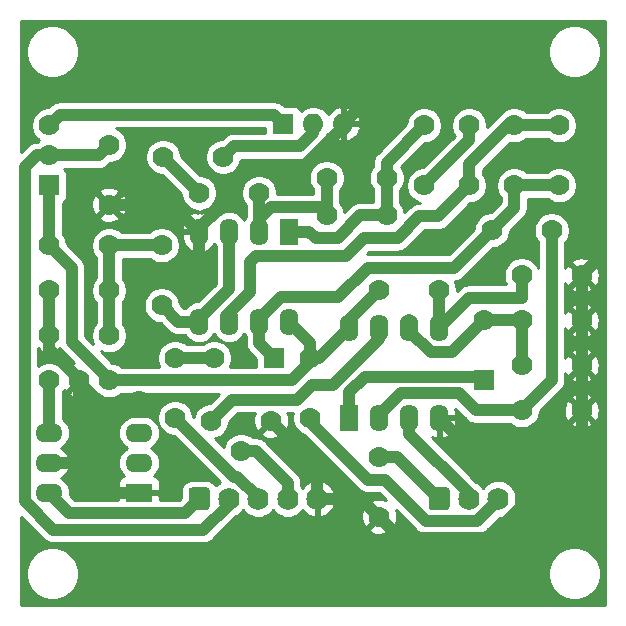
<source format=gbr>
G04 #@! TF.GenerationSoftware,KiCad,Pcbnew,(5.1.9)-1*
G04 #@! TF.CreationDate,2021-05-04T10:01:55+09:00*
G04 #@! TF.ProjectId,ipm165,69706d31-3635-42e6-9b69-6361645f7063,0*
G04 #@! TF.SameCoordinates,Original*
G04 #@! TF.FileFunction,Copper,L2,Bot*
G04 #@! TF.FilePolarity,Positive*
%FSLAX46Y46*%
G04 Gerber Fmt 4.6, Leading zero omitted, Abs format (unit mm)*
G04 Created by KiCad (PCBNEW (5.1.9)-1) date 2021-05-04 10:01:55*
%MOMM*%
%LPD*%
G01*
G04 APERTURE LIST*
G04 #@! TA.AperFunction,ComponentPad*
%ADD10C,1.778000*%
G04 #@! TD*
G04 #@! TA.AperFunction,ComponentPad*
%ADD11O,1.600000X2.300000*%
G04 #@! TD*
G04 #@! TA.AperFunction,ComponentPad*
%ADD12R,1.600000X2.300000*%
G04 #@! TD*
G04 #@! TA.AperFunction,ComponentPad*
%ADD13O,2.300000X1.600000*%
G04 #@! TD*
G04 #@! TA.AperFunction,ComponentPad*
%ADD14R,2.300000X1.600000*%
G04 #@! TD*
G04 #@! TA.AperFunction,ComponentPad*
%ADD15R,1.778000X1.778000*%
G04 #@! TD*
G04 #@! TA.AperFunction,ComponentPad*
%ADD16O,1.778000X1.778000*%
G04 #@! TD*
G04 #@! TA.AperFunction,ComponentPad*
%ADD17O,1.778000X1.930400*%
G04 #@! TD*
G04 #@! TA.AperFunction,ViaPad*
%ADD18C,2.032000*%
G04 #@! TD*
G04 #@! TA.AperFunction,Conductor*
%ADD19C,1.016000*%
G04 #@! TD*
G04 #@! TA.AperFunction,Conductor*
%ADD20C,0.254000*%
G04 #@! TD*
G04 APERTURE END LIST*
D10*
X43688000Y-35560000D03*
X38608000Y-35560000D03*
X36576000Y-54610000D03*
X36576000Y-49530000D03*
D11*
X46228000Y-46482000D03*
X43688000Y-46482000D03*
X41148000Y-46482000D03*
X38608000Y-46482000D03*
X38608000Y-38862000D03*
X41148000Y-38862000D03*
X43688000Y-38862000D03*
D12*
X46228000Y-38862000D03*
D10*
X25908000Y-47625000D03*
X30988000Y-47625000D03*
D13*
X33528000Y-58420000D03*
X25908000Y-55880000D03*
X25908000Y-58420000D03*
X25908000Y-60960000D03*
D14*
X33528000Y-60960000D03*
D13*
X33528000Y-55880000D03*
D11*
X51308000Y-46990000D03*
X53848000Y-46990000D03*
X56388000Y-46990000D03*
X58928000Y-46990000D03*
X58928000Y-54610000D03*
X56388000Y-54610000D03*
X53848000Y-54610000D03*
D12*
X51308000Y-54610000D03*
D10*
X35560000Y-32512000D03*
X40640000Y-32512000D03*
X54483000Y-37465000D03*
X49403000Y-37465000D03*
X57658000Y-34925000D03*
X57658000Y-29845000D03*
X65278000Y-34925000D03*
X65278000Y-29845000D03*
X70993000Y-53975000D03*
X65913000Y-53975000D03*
X70993000Y-46355000D03*
X65913000Y-46355000D03*
D15*
X44958000Y-49530000D03*
D10*
X39878000Y-49530000D03*
D15*
X62738000Y-51435000D03*
D10*
X62738000Y-46355000D03*
X30988000Y-36576000D03*
X30988000Y-31496000D03*
X30988000Y-40005000D03*
X25908000Y-40005000D03*
X25908000Y-43815000D03*
X30988000Y-43815000D03*
X35433000Y-40005000D03*
X35433000Y-45085000D03*
X54483000Y-34290000D03*
X49403000Y-34290000D03*
X61468000Y-34925000D03*
X61468000Y-29845000D03*
X69088000Y-34925000D03*
X69088000Y-29845000D03*
X68453000Y-38735000D03*
X63373000Y-38735000D03*
X70993000Y-50165000D03*
X65913000Y-50165000D03*
X48006000Y-49530000D03*
X48006000Y-54610000D03*
X53848000Y-57912000D03*
X53848000Y-62992000D03*
X53848000Y-43815000D03*
X58928000Y-43815000D03*
X65913000Y-42545000D03*
X70993000Y-42545000D03*
X30988000Y-51435000D03*
X28448000Y-51435000D03*
X25908000Y-51435000D03*
D16*
X50800000Y-29718000D03*
X48260000Y-29718000D03*
D15*
X45720000Y-29718000D03*
D17*
X48608000Y-61468000D03*
X46108000Y-61468000D03*
X43608000Y-61468000D03*
X41108000Y-61468000D03*
G04 #@! TA.AperFunction,ComponentPad*
G36*
G01*
X37719000Y-62171840D02*
X37719000Y-60764160D01*
G75*
G02*
X37980360Y-60502800I261360J0D01*
G01*
X39235640Y-60502800D01*
G75*
G02*
X39497000Y-60764160I0J-261360D01*
G01*
X39497000Y-62171840D01*
G75*
G02*
X39235640Y-62433200I-261360J0D01*
G01*
X37980360Y-62433200D01*
G75*
G02*
X37719000Y-62171840I0J261360D01*
G01*
G37*
G04 #@! TD.AperFunction*
D15*
X25908000Y-34925000D03*
D10*
X25908000Y-29845000D03*
X25908000Y-32385000D03*
D17*
X63928000Y-61468000D03*
X61428000Y-61468000D03*
G04 #@! TA.AperFunction,ComponentPad*
G36*
G01*
X58039000Y-62171840D02*
X58039000Y-60764160D01*
G75*
G02*
X58300360Y-60502800I261360J0D01*
G01*
X59555640Y-60502800D01*
G75*
G02*
X59817000Y-60764160I0J-261360D01*
G01*
X59817000Y-62171840D01*
G75*
G02*
X59555640Y-62433200I-261360J0D01*
G01*
X58300360Y-62433200D01*
G75*
G02*
X58039000Y-62171840I0J261360D01*
G01*
G37*
G04 #@! TD.AperFunction*
D10*
X39624000Y-54864000D03*
X42164000Y-57404000D03*
X44704000Y-54864000D03*
D18*
X33528000Y-53340000D03*
X33528000Y-48895000D03*
D19*
X30988000Y-40005000D02*
X30988000Y-43815000D01*
X30988000Y-43815000D02*
X30988000Y-47625000D01*
X30988000Y-40005000D02*
X35433000Y-40005000D01*
X30614000Y-60960000D02*
X33528000Y-60960000D01*
X28074000Y-58420000D02*
X30614000Y-60960000D01*
X28074000Y-58420000D02*
X25908000Y-58420000D01*
X25908000Y-43815000D02*
X25908000Y-47625000D01*
X28448000Y-58046000D02*
X28074000Y-58420000D01*
X28448000Y-51435000D02*
X28448000Y-58046000D01*
X30223966Y-53340000D02*
X33528000Y-53340000D01*
X28448000Y-51564034D02*
X30223966Y-53340000D01*
X28448000Y-51435000D02*
X28448000Y-51564034D01*
X25908000Y-48765966D02*
X25908000Y-47625000D01*
X28448000Y-51305966D02*
X25908000Y-48765966D01*
X28448000Y-51435000D02*
X28448000Y-51305966D01*
X58928000Y-54610000D02*
X60223401Y-55905401D01*
X60223401Y-55905401D02*
X70967851Y-55905401D01*
X71399401Y-42138599D02*
X70993000Y-42545000D01*
X70993000Y-53975000D02*
X70993000Y-55886606D01*
X70993000Y-55880252D02*
X70993000Y-53975000D01*
X70993000Y-42545000D02*
X70993000Y-46355000D01*
X70993000Y-50165000D02*
X70993000Y-53975000D01*
X70993000Y-46355000D02*
X70993000Y-50165000D01*
X55626020Y-64770020D02*
X63252586Y-64770020D01*
X53848000Y-62992000D02*
X55626020Y-64770020D01*
X52324000Y-61468000D02*
X53848000Y-62992000D01*
X48608000Y-61468000D02*
X52324000Y-61468000D01*
X70993000Y-57029606D02*
X63252586Y-64770020D01*
X70993000Y-53975000D02*
X70993000Y-57029606D01*
X33502599Y-48869599D02*
X33528000Y-48895000D01*
X33502599Y-44158407D02*
X33502599Y-48869599D01*
X34506407Y-43154599D02*
X33502599Y-44158407D01*
X48608000Y-58768000D02*
X48608000Y-61468000D01*
X44704000Y-54864000D02*
X48608000Y-58768000D01*
X42837597Y-33553409D02*
X40538401Y-35852605D01*
X71018401Y-42519599D02*
X70993000Y-42545000D01*
X47242103Y-33553409D02*
X42837597Y-33553409D01*
X50800000Y-29995512D02*
X47242103Y-33553409D01*
X50800000Y-29718000D02*
X50800000Y-29995512D01*
X52603401Y-27914599D02*
X50800000Y-29718000D01*
X70014593Y-27914599D02*
X52603401Y-27914599D01*
X72008999Y-29909005D02*
X70014593Y-27914599D01*
X72008999Y-41529001D02*
X72008999Y-29909005D01*
X70993000Y-42545000D02*
X72008999Y-41529001D01*
X36322000Y-36576000D02*
X38608000Y-38862000D01*
X30988000Y-36576000D02*
X36322000Y-36576000D01*
X40538401Y-36581599D02*
X38608000Y-38512000D01*
X38608000Y-38512000D02*
X38608000Y-38862000D01*
X40538401Y-35852605D02*
X40538401Y-36581599D01*
X38608000Y-41028000D02*
X38608000Y-38862000D01*
X36481401Y-43154599D02*
X38608000Y-41028000D01*
X34506407Y-43154599D02*
X36481401Y-43154599D01*
X48260000Y-30523922D02*
X48260000Y-29718000D01*
X47160921Y-31623001D02*
X48260000Y-30523922D01*
X41528999Y-31623001D02*
X47160921Y-31623001D01*
X40640000Y-32512000D02*
X41528999Y-31623001D01*
X35560000Y-32512000D02*
X38608000Y-35560000D01*
X52259994Y-37465000D02*
X54483000Y-37465000D01*
X50329593Y-39395401D02*
X52259994Y-37465000D01*
X48476407Y-39395401D02*
X50329593Y-39395401D01*
X47943006Y-38862000D02*
X48476407Y-39395401D01*
X46228000Y-38862000D02*
X47943006Y-38862000D01*
X54483000Y-34290000D02*
X54483000Y-37465000D01*
X54483000Y-33020000D02*
X57658000Y-29845000D01*
X54483000Y-34290000D02*
X54483000Y-33020000D01*
X43688000Y-35560000D02*
X43688000Y-38862000D01*
X44696479Y-36797599D02*
X48735599Y-36797599D01*
X43688000Y-37806078D02*
X44696479Y-36797599D01*
X48735599Y-36797599D02*
X49403000Y-37465000D01*
X43688000Y-38862000D02*
X43688000Y-37806078D01*
X49403000Y-34290000D02*
X49403000Y-37465000D01*
X61468000Y-31115000D02*
X61468000Y-29845000D01*
X57658000Y-34925000D02*
X61468000Y-31115000D01*
X69088000Y-34925000D02*
X65278000Y-34925000D01*
X65278000Y-34925000D02*
X65278000Y-36830000D01*
X65278000Y-36830000D02*
X63373000Y-38735000D01*
X43688000Y-48260000D02*
X44958000Y-49530000D01*
X43688000Y-46482000D02*
X43688000Y-48260000D01*
X60223401Y-41884599D02*
X63373000Y-38735000D01*
X52921407Y-41884599D02*
X60223401Y-41884599D01*
X43688000Y-46247459D02*
X43688000Y-46482000D01*
X45517869Y-44417590D02*
X43688000Y-46247459D01*
X50388416Y-44417590D02*
X45517869Y-44417590D01*
X52921407Y-41884599D02*
X50388416Y-44417590D01*
X65278000Y-29845000D02*
X69088000Y-29845000D01*
X64749590Y-29845000D02*
X65278000Y-29845000D01*
X61468000Y-33126590D02*
X64749590Y-29845000D01*
X61468000Y-34925000D02*
X61468000Y-33126590D01*
X58834634Y-37558366D02*
X61468000Y-34925000D01*
X57246629Y-37558366D02*
X58834634Y-37558366D01*
X52552599Y-39395401D02*
X55409593Y-39395401D01*
X51021590Y-40926410D02*
X52552599Y-39395401D01*
X42926000Y-43941049D02*
X42926000Y-41402000D01*
X43401590Y-40926410D02*
X51021590Y-40926410D01*
X41148000Y-45719049D02*
X42926000Y-43941049D01*
X55409593Y-39395401D02*
X57246629Y-37558366D01*
X42926000Y-41402000D02*
X43401590Y-40926410D01*
X41148000Y-46482000D02*
X41148000Y-45719049D01*
X53848000Y-54610000D02*
X53848000Y-54375459D01*
X53848000Y-54375459D02*
X55677869Y-52545590D01*
X55677869Y-52545590D02*
X60602668Y-52545590D01*
X60602668Y-52545590D02*
X62032078Y-53975000D01*
X68453000Y-38735000D02*
X68453000Y-51435000D01*
X62032078Y-53975000D02*
X65913000Y-53975000D01*
X65913000Y-53975000D02*
X68453000Y-51435000D01*
X56388000Y-46589541D02*
X56388000Y-46355000D01*
X58217869Y-49054410D02*
X56388000Y-47224541D01*
X56388000Y-47224541D02*
X56388000Y-46990000D01*
X60038590Y-49054410D02*
X58217869Y-49054410D01*
X65913000Y-46355000D02*
X65913000Y-50165000D01*
X62738000Y-46355000D02*
X65913000Y-46355000D01*
X62738000Y-46355000D02*
X60038590Y-49054410D01*
X25908000Y-55880000D02*
X25908000Y-51435000D01*
X36576000Y-49530000D02*
X39878000Y-49530000D01*
X44958001Y-28956001D02*
X45720000Y-29718000D01*
X26796999Y-28956001D02*
X44958001Y-28956001D01*
X25908000Y-29845000D02*
X26796999Y-28956001D01*
X27622401Y-62674401D02*
X25908000Y-60960000D01*
X37401599Y-62674401D02*
X38608000Y-61468000D01*
X27622401Y-62674401D02*
X37401599Y-62674401D01*
X23843590Y-33388750D02*
X23843590Y-61670131D01*
X24847340Y-32385000D02*
X23843590Y-33388750D01*
X25908000Y-32385000D02*
X24847340Y-32385000D01*
X23843590Y-61670131D02*
X26270270Y-64096811D01*
X41108000Y-61962274D02*
X41108000Y-61468000D01*
X38973463Y-64096811D02*
X41108000Y-61962274D01*
X26270270Y-64096811D02*
X38973463Y-64096811D01*
X30099000Y-32385000D02*
X30988000Y-31496000D01*
X25908000Y-32385000D02*
X30099000Y-32385000D01*
X43608000Y-61341394D02*
X43608000Y-61468000D01*
X41854996Y-59588390D02*
X43608000Y-61341394D01*
X41554390Y-59588390D02*
X41854996Y-59588390D01*
X36576000Y-54610000D02*
X41554390Y-59588390D01*
X46108000Y-61094000D02*
X46108000Y-61468000D01*
X46108000Y-60090765D02*
X46108000Y-61468000D01*
X43421235Y-57404000D02*
X46108000Y-60090765D01*
X42164000Y-57404000D02*
X43421235Y-57404000D01*
X38608000Y-46247459D02*
X38608000Y-46482000D01*
X41148000Y-43707459D02*
X38608000Y-46247459D01*
X41148000Y-38862000D02*
X41148000Y-43707459D01*
X36830000Y-46482000D02*
X35433000Y-45085000D01*
X38608000Y-46482000D02*
X36830000Y-46482000D01*
X63928000Y-61594606D02*
X63928000Y-61468000D01*
X62174996Y-63347610D02*
X63928000Y-61594606D01*
X57813336Y-63347610D02*
X62174996Y-63347610D01*
X54308127Y-59842401D02*
X57813336Y-63347610D01*
X52921407Y-59842401D02*
X54308127Y-59842401D01*
X48006000Y-54926994D02*
X52921407Y-59842401D01*
X48006000Y-54610000D02*
X48006000Y-54926994D01*
X55372000Y-57912000D02*
X58928000Y-61468000D01*
X53848000Y-57912000D02*
X55372000Y-57912000D01*
X56388000Y-54610000D02*
X56388000Y-54844541D01*
X61428000Y-60973726D02*
X61428000Y-61468000D01*
X56388000Y-55933726D02*
X61428000Y-60973726D01*
X56388000Y-54610000D02*
X56388000Y-55933726D01*
X58928000Y-43815000D02*
X58928000Y-46990000D01*
X58928000Y-46990000D02*
X61493401Y-44424599D01*
X65913000Y-44424599D02*
X65913000Y-42545000D01*
X61493401Y-44424599D02*
X65913000Y-44424599D01*
X25908000Y-34925000D02*
X25908000Y-40005000D01*
X27838401Y-41935401D02*
X27838401Y-48156367D01*
X27838401Y-48156367D02*
X30988000Y-51305966D01*
X25908000Y-40005000D02*
X27838401Y-41935401D01*
X51308000Y-46990000D02*
X51308000Y-46355000D01*
X51308000Y-46355000D02*
X53848000Y-43815000D01*
X48768000Y-49530000D02*
X51308000Y-46990000D01*
X48006000Y-49530000D02*
X48768000Y-49530000D01*
X48006000Y-48260000D02*
X46228000Y-46482000D01*
X48006000Y-49530000D02*
X48006000Y-48260000D01*
X46502323Y-51409599D02*
X48006000Y-49905922D01*
X48006000Y-49905922D02*
X48006000Y-49530000D01*
X31013401Y-51409599D02*
X46502323Y-51409599D01*
X30988000Y-51435000D02*
X31013401Y-51409599D01*
X62426180Y-51123180D02*
X62738000Y-51435000D01*
X52628820Y-51123180D02*
X62426180Y-51123180D01*
X51308000Y-52444000D02*
X52628820Y-51123180D01*
X51308000Y-54610000D02*
X51308000Y-52444000D01*
X53848000Y-47892409D02*
X53848000Y-46990000D01*
X49924409Y-51816000D02*
X53848000Y-47892409D01*
X48130966Y-51816000D02*
X49924409Y-51816000D01*
X46886367Y-53060599D02*
X48130966Y-51816000D01*
X41427401Y-53060599D02*
X46886367Y-53060599D01*
X39624000Y-54864000D02*
X41427401Y-53060599D01*
D20*
X73000001Y-70460000D02*
X23520000Y-70460000D01*
X23520000Y-67597872D01*
X23927000Y-67597872D01*
X23927000Y-68038128D01*
X24012890Y-68469925D01*
X24181369Y-68876669D01*
X24425962Y-69242729D01*
X24737271Y-69554038D01*
X25103331Y-69798631D01*
X25510075Y-69967110D01*
X25941872Y-70053000D01*
X26382128Y-70053000D01*
X26813925Y-69967110D01*
X27220669Y-69798631D01*
X27586729Y-69554038D01*
X27898038Y-69242729D01*
X28142631Y-68876669D01*
X28311110Y-68469925D01*
X28397000Y-68038128D01*
X28397000Y-67597872D01*
X68123000Y-67597872D01*
X68123000Y-68038128D01*
X68208890Y-68469925D01*
X68377369Y-68876669D01*
X68621962Y-69242729D01*
X68933271Y-69554038D01*
X69299331Y-69798631D01*
X69706075Y-69967110D01*
X70137872Y-70053000D01*
X70578128Y-70053000D01*
X71009925Y-69967110D01*
X71416669Y-69798631D01*
X71782729Y-69554038D01*
X72094038Y-69242729D01*
X72338631Y-68876669D01*
X72507110Y-68469925D01*
X72593000Y-68038128D01*
X72593000Y-67597872D01*
X72507110Y-67166075D01*
X72338631Y-66759331D01*
X72094038Y-66393271D01*
X71782729Y-66081962D01*
X71416669Y-65837369D01*
X71009925Y-65668890D01*
X70578128Y-65583000D01*
X70137872Y-65583000D01*
X69706075Y-65668890D01*
X69299331Y-65837369D01*
X68933271Y-66081962D01*
X68621962Y-66393271D01*
X68377369Y-66759331D01*
X68208890Y-67166075D01*
X68123000Y-67597872D01*
X28397000Y-67597872D01*
X28311110Y-67166075D01*
X28142631Y-66759331D01*
X27898038Y-66393271D01*
X27586729Y-66081962D01*
X27220669Y-65837369D01*
X26813925Y-65668890D01*
X26382128Y-65583000D01*
X25941872Y-65583000D01*
X25510075Y-65668890D01*
X25103331Y-65837369D01*
X24737271Y-66081962D01*
X24425962Y-66393271D01*
X24181369Y-66759331D01*
X24012890Y-67166075D01*
X23927000Y-67597872D01*
X23520000Y-67597872D01*
X23520000Y-62962986D01*
X25422347Y-64865334D01*
X25458137Y-64908944D01*
X25632181Y-65051779D01*
X25830747Y-65157914D01*
X25980844Y-65203446D01*
X26046202Y-65223272D01*
X26066787Y-65225299D01*
X26214124Y-65239811D01*
X26214131Y-65239811D01*
X26270270Y-65245340D01*
X26326409Y-65239811D01*
X38917324Y-65239811D01*
X38973463Y-65245340D01*
X39029602Y-65239811D01*
X39029609Y-65239811D01*
X39197530Y-65223272D01*
X39412986Y-65157914D01*
X39611552Y-65051779D01*
X39785596Y-64908944D01*
X39821390Y-64865329D01*
X40638488Y-64048231D01*
X52971374Y-64048231D01*
X53053727Y-64301289D01*
X53324418Y-64431086D01*
X53615230Y-64505580D01*
X53914988Y-64521908D01*
X54212171Y-64479443D01*
X54495359Y-64379816D01*
X54642273Y-64301289D01*
X54724626Y-64048231D01*
X53848000Y-63171605D01*
X52971374Y-64048231D01*
X40638488Y-64048231D01*
X41766396Y-62920324D01*
X41958785Y-62817490D01*
X42190844Y-62627044D01*
X42358000Y-62423363D01*
X42525156Y-62627044D01*
X42757216Y-62817490D01*
X43021970Y-62959004D01*
X43309245Y-63046148D01*
X43608000Y-63075573D01*
X43906756Y-63046148D01*
X44194031Y-62959004D01*
X44458785Y-62817490D01*
X44690844Y-62627044D01*
X44858000Y-62423363D01*
X45025156Y-62627044D01*
X45257216Y-62817490D01*
X45521970Y-62959004D01*
X45809245Y-63046148D01*
X46108000Y-63075573D01*
X46276389Y-63058988D01*
X52318092Y-63058988D01*
X52360557Y-63356171D01*
X52460184Y-63639359D01*
X52538711Y-63786273D01*
X52791769Y-63868626D01*
X53668395Y-62992000D01*
X52791769Y-62115374D01*
X52538711Y-62197727D01*
X52408914Y-62468418D01*
X52334420Y-62759230D01*
X52318092Y-63058988D01*
X46276389Y-63058988D01*
X46406756Y-63046148D01*
X46694031Y-62959004D01*
X46958785Y-62817490D01*
X47190844Y-62627044D01*
X47363985Y-62416070D01*
X47524930Y-62614559D01*
X47754558Y-62805289D01*
X48016983Y-62947556D01*
X48244987Y-63024334D01*
X48481000Y-62903530D01*
X48481000Y-61595000D01*
X48735000Y-61595000D01*
X48735000Y-62903530D01*
X48971013Y-63024334D01*
X49199017Y-62947556D01*
X49461442Y-62805289D01*
X49691070Y-62614559D01*
X49879076Y-62382696D01*
X50018235Y-62118610D01*
X50103200Y-61832450D01*
X49971134Y-61595000D01*
X48735000Y-61595000D01*
X48481000Y-61595000D01*
X48461000Y-61595000D01*
X48461000Y-61341000D01*
X48481000Y-61341000D01*
X48481000Y-60032470D01*
X48735000Y-60032470D01*
X48735000Y-61341000D01*
X49971134Y-61341000D01*
X50103200Y-61103550D01*
X50018235Y-60817390D01*
X49879076Y-60553304D01*
X49691070Y-60321441D01*
X49461442Y-60130711D01*
X49199017Y-59988444D01*
X48971013Y-59911666D01*
X48735000Y-60032470D01*
X48481000Y-60032470D01*
X48244987Y-59911666D01*
X48016983Y-59988444D01*
X47754558Y-60130711D01*
X47524930Y-60321441D01*
X47363986Y-60519930D01*
X47251000Y-60382256D01*
X47251000Y-60146904D01*
X47256529Y-60090765D01*
X47251000Y-60034626D01*
X47251000Y-60034619D01*
X47234461Y-59866698D01*
X47224402Y-59833539D01*
X47169103Y-59651241D01*
X47112724Y-59545764D01*
X47062968Y-59452676D01*
X46920133Y-59278632D01*
X46876524Y-59242843D01*
X44269162Y-56635482D01*
X44233368Y-56591867D01*
X44059324Y-56449032D01*
X43860758Y-56342897D01*
X43645302Y-56277539D01*
X43477381Y-56261000D01*
X43477374Y-56261000D01*
X43421235Y-56255471D01*
X43365096Y-56261000D01*
X43176261Y-56261000D01*
X43135493Y-56220232D01*
X42885885Y-56053449D01*
X42608534Y-55938566D01*
X42516358Y-55920231D01*
X43827374Y-55920231D01*
X43909727Y-56173289D01*
X44180418Y-56303086D01*
X44471230Y-56377580D01*
X44770988Y-56393908D01*
X45068171Y-56351443D01*
X45351359Y-56251816D01*
X45498273Y-56173289D01*
X45580626Y-55920231D01*
X44704000Y-55043605D01*
X43827374Y-55920231D01*
X42516358Y-55920231D01*
X42314101Y-55880000D01*
X42013899Y-55880000D01*
X41719466Y-55938566D01*
X41442115Y-56053449D01*
X41192507Y-56220232D01*
X40980232Y-56432507D01*
X40813449Y-56682115D01*
X40698566Y-56959466D01*
X40672576Y-57090130D01*
X39937870Y-56355425D01*
X40068534Y-56329434D01*
X40345885Y-56214551D01*
X40595493Y-56047768D01*
X40807768Y-55835493D01*
X40974551Y-55585885D01*
X41089434Y-55308534D01*
X41148000Y-55014101D01*
X41148000Y-54956445D01*
X41900847Y-54203599D01*
X43330519Y-54203599D01*
X43264914Y-54340418D01*
X43190420Y-54631230D01*
X43174092Y-54930988D01*
X43216557Y-55228171D01*
X43316184Y-55511359D01*
X43394711Y-55658273D01*
X43647769Y-55740626D01*
X44524395Y-54864000D01*
X44510253Y-54849858D01*
X44689858Y-54670253D01*
X44704000Y-54684395D01*
X44718143Y-54670253D01*
X44897748Y-54849858D01*
X44883605Y-54864000D01*
X45760231Y-55740626D01*
X46013289Y-55658273D01*
X46143086Y-55387582D01*
X46217580Y-55096770D01*
X46233908Y-54797012D01*
X46191443Y-54499829D01*
X46091816Y-54216641D01*
X46084845Y-54203599D01*
X46532981Y-54203599D01*
X46482000Y-54459899D01*
X46482000Y-54760101D01*
X46540566Y-55054534D01*
X46655449Y-55331885D01*
X46822232Y-55581493D01*
X47034507Y-55793768D01*
X47284115Y-55960551D01*
X47521398Y-56058837D01*
X52073488Y-60610929D01*
X52109274Y-60654534D01*
X52152878Y-60690319D01*
X52152884Y-60690325D01*
X52242854Y-60764161D01*
X52283318Y-60797369D01*
X52481884Y-60903504D01*
X52631981Y-60949036D01*
X52697339Y-60968862D01*
X52720007Y-60971095D01*
X52865261Y-60985401D01*
X52865267Y-60985401D01*
X52921406Y-60990930D01*
X52977545Y-60985401D01*
X53834682Y-60985401D01*
X54430396Y-61581116D01*
X54371582Y-61552914D01*
X54080770Y-61478420D01*
X53781012Y-61462092D01*
X53483829Y-61504557D01*
X53200641Y-61604184D01*
X53053727Y-61682711D01*
X52971374Y-61935769D01*
X53848000Y-62812395D01*
X53862143Y-62798253D01*
X54041748Y-62977858D01*
X54027605Y-62992000D01*
X54904231Y-63868626D01*
X55157289Y-63786273D01*
X55287086Y-63515582D01*
X55361580Y-63224770D01*
X55377908Y-62925012D01*
X55335443Y-62627829D01*
X55258554Y-62409274D01*
X56965413Y-64116133D01*
X57001203Y-64159743D01*
X57175247Y-64302578D01*
X57373813Y-64408713D01*
X57523910Y-64454245D01*
X57589268Y-64474071D01*
X57611936Y-64476304D01*
X57757190Y-64490610D01*
X57757196Y-64490610D01*
X57813335Y-64496139D01*
X57869474Y-64490610D01*
X62118857Y-64490610D01*
X62174996Y-64496139D01*
X62231135Y-64490610D01*
X62231142Y-64490610D01*
X62399063Y-64474071D01*
X62614519Y-64408713D01*
X62813085Y-64302578D01*
X62987129Y-64159743D01*
X63022923Y-64116128D01*
X64078280Y-63060772D01*
X64226756Y-63046148D01*
X64514031Y-62959004D01*
X64778785Y-62817490D01*
X65010844Y-62627044D01*
X65201290Y-62394984D01*
X65342804Y-62130230D01*
X65429948Y-61842955D01*
X65452000Y-61619058D01*
X65452000Y-61316941D01*
X65429948Y-61093044D01*
X65342804Y-60805769D01*
X65201290Y-60541015D01*
X65010844Y-60308956D01*
X64778784Y-60118510D01*
X64514030Y-59976996D01*
X64226755Y-59889852D01*
X63928000Y-59860427D01*
X63629244Y-59889852D01*
X63341969Y-59976996D01*
X63077215Y-60118510D01*
X62845156Y-60308956D01*
X62678000Y-60512637D01*
X62510844Y-60308956D01*
X62278784Y-60118510D01*
X62086399Y-60015678D01*
X58337516Y-56266796D01*
X58496182Y-56334367D01*
X58578961Y-56351904D01*
X58801000Y-56229915D01*
X58801000Y-54737000D01*
X59055000Y-54737000D01*
X59055000Y-56229915D01*
X59277039Y-56351904D01*
X59359818Y-56334367D01*
X59619646Y-56223715D01*
X59852895Y-56064500D01*
X60050601Y-55862839D01*
X60205166Y-55626483D01*
X60310650Y-55364514D01*
X60363000Y-55087000D01*
X60363000Y-54737000D01*
X59055000Y-54737000D01*
X58801000Y-54737000D01*
X58781000Y-54737000D01*
X58781000Y-54483000D01*
X58801000Y-54483000D01*
X58801000Y-54463000D01*
X59055000Y-54463000D01*
X59055000Y-54483000D01*
X60363000Y-54483000D01*
X60363000Y-54133000D01*
X60314029Y-53873396D01*
X61184155Y-54743523D01*
X61219945Y-54787133D01*
X61393989Y-54929968D01*
X61592555Y-55036103D01*
X61733634Y-55078899D01*
X61808010Y-55101461D01*
X61830678Y-55103694D01*
X61975932Y-55118000D01*
X61975938Y-55118000D01*
X62032077Y-55123529D01*
X62088216Y-55118000D01*
X64900739Y-55118000D01*
X64941507Y-55158768D01*
X65191115Y-55325551D01*
X65468466Y-55440434D01*
X65762899Y-55499000D01*
X66063101Y-55499000D01*
X66357534Y-55440434D01*
X66634885Y-55325551D01*
X66884493Y-55158768D01*
X67012030Y-55031231D01*
X70116374Y-55031231D01*
X70198727Y-55284289D01*
X70469418Y-55414086D01*
X70760230Y-55488580D01*
X71059988Y-55504908D01*
X71357171Y-55462443D01*
X71640359Y-55362816D01*
X71787273Y-55284289D01*
X71869626Y-55031231D01*
X70993000Y-54154605D01*
X70116374Y-55031231D01*
X67012030Y-55031231D01*
X67096768Y-54946493D01*
X67263551Y-54696885D01*
X67378434Y-54419534D01*
X67437000Y-54125101D01*
X67437000Y-54067445D01*
X67462457Y-54041988D01*
X69463092Y-54041988D01*
X69505557Y-54339171D01*
X69605184Y-54622359D01*
X69683711Y-54769273D01*
X69936769Y-54851626D01*
X70813395Y-53975000D01*
X71172605Y-53975000D01*
X72049231Y-54851626D01*
X72302289Y-54769273D01*
X72432086Y-54498582D01*
X72506580Y-54207770D01*
X72522908Y-53908012D01*
X72480443Y-53610829D01*
X72380816Y-53327641D01*
X72302289Y-53180727D01*
X72049231Y-53098374D01*
X71172605Y-53975000D01*
X70813395Y-53975000D01*
X69936769Y-53098374D01*
X69683711Y-53180727D01*
X69553914Y-53451418D01*
X69479420Y-53742230D01*
X69463092Y-54041988D01*
X67462457Y-54041988D01*
X68585676Y-52918769D01*
X70116374Y-52918769D01*
X70993000Y-53795395D01*
X71869626Y-52918769D01*
X71787273Y-52665711D01*
X71516582Y-52535914D01*
X71225770Y-52461420D01*
X70926012Y-52445092D01*
X70628829Y-52487557D01*
X70345641Y-52587184D01*
X70198727Y-52665711D01*
X70116374Y-52918769D01*
X68585676Y-52918769D01*
X69221523Y-52282923D01*
X69265133Y-52247133D01*
X69407968Y-52073089D01*
X69514103Y-51874523D01*
X69573542Y-51678580D01*
X69579461Y-51659068D01*
X69589926Y-51552816D01*
X69596000Y-51491146D01*
X69596000Y-51491140D01*
X69601529Y-51435001D01*
X69596000Y-51378862D01*
X69596000Y-51221231D01*
X70116374Y-51221231D01*
X70198727Y-51474289D01*
X70469418Y-51604086D01*
X70760230Y-51678580D01*
X71059988Y-51694908D01*
X71357171Y-51652443D01*
X71640359Y-51552816D01*
X71787273Y-51474289D01*
X71869626Y-51221231D01*
X70993000Y-50344605D01*
X70116374Y-51221231D01*
X69596000Y-51221231D01*
X69596000Y-50786254D01*
X69605184Y-50812359D01*
X69683711Y-50959273D01*
X69936769Y-51041626D01*
X70813395Y-50165000D01*
X71172605Y-50165000D01*
X72049231Y-51041626D01*
X72302289Y-50959273D01*
X72432086Y-50688582D01*
X72506580Y-50397770D01*
X72522908Y-50098012D01*
X72480443Y-49800829D01*
X72380816Y-49517641D01*
X72302289Y-49370727D01*
X72049231Y-49288374D01*
X71172605Y-50165000D01*
X70813395Y-50165000D01*
X69936769Y-49288374D01*
X69683711Y-49370727D01*
X69596000Y-49553648D01*
X69596000Y-49108769D01*
X70116374Y-49108769D01*
X70993000Y-49985395D01*
X71869626Y-49108769D01*
X71787273Y-48855711D01*
X71516582Y-48725914D01*
X71225770Y-48651420D01*
X70926012Y-48635092D01*
X70628829Y-48677557D01*
X70345641Y-48777184D01*
X70198727Y-48855711D01*
X70116374Y-49108769D01*
X69596000Y-49108769D01*
X69596000Y-47411231D01*
X70116374Y-47411231D01*
X70198727Y-47664289D01*
X70469418Y-47794086D01*
X70760230Y-47868580D01*
X71059988Y-47884908D01*
X71357171Y-47842443D01*
X71640359Y-47742816D01*
X71787273Y-47664289D01*
X71869626Y-47411231D01*
X70993000Y-46534605D01*
X70116374Y-47411231D01*
X69596000Y-47411231D01*
X69596000Y-46976254D01*
X69605184Y-47002359D01*
X69683711Y-47149273D01*
X69936769Y-47231626D01*
X70813395Y-46355000D01*
X71172605Y-46355000D01*
X72049231Y-47231626D01*
X72302289Y-47149273D01*
X72432086Y-46878582D01*
X72506580Y-46587770D01*
X72522908Y-46288012D01*
X72480443Y-45990829D01*
X72380816Y-45707641D01*
X72302289Y-45560727D01*
X72049231Y-45478374D01*
X71172605Y-46355000D01*
X70813395Y-46355000D01*
X69936769Y-45478374D01*
X69683711Y-45560727D01*
X69596000Y-45743648D01*
X69596000Y-45298769D01*
X70116374Y-45298769D01*
X70993000Y-46175395D01*
X71869626Y-45298769D01*
X71787273Y-45045711D01*
X71516582Y-44915914D01*
X71225770Y-44841420D01*
X70926012Y-44825092D01*
X70628829Y-44867557D01*
X70345641Y-44967184D01*
X70198727Y-45045711D01*
X70116374Y-45298769D01*
X69596000Y-45298769D01*
X69596000Y-43601231D01*
X70116374Y-43601231D01*
X70198727Y-43854289D01*
X70469418Y-43984086D01*
X70760230Y-44058580D01*
X71059988Y-44074908D01*
X71357171Y-44032443D01*
X71640359Y-43932816D01*
X71787273Y-43854289D01*
X71869626Y-43601231D01*
X70993000Y-42724605D01*
X70116374Y-43601231D01*
X69596000Y-43601231D01*
X69596000Y-43166254D01*
X69605184Y-43192359D01*
X69683711Y-43339273D01*
X69936769Y-43421626D01*
X70813395Y-42545000D01*
X71172605Y-42545000D01*
X72049231Y-43421626D01*
X72302289Y-43339273D01*
X72432086Y-43068582D01*
X72506580Y-42777770D01*
X72522908Y-42478012D01*
X72480443Y-42180829D01*
X72380816Y-41897641D01*
X72302289Y-41750727D01*
X72049231Y-41668374D01*
X71172605Y-42545000D01*
X70813395Y-42545000D01*
X69936769Y-41668374D01*
X69683711Y-41750727D01*
X69596000Y-41933648D01*
X69596000Y-41488769D01*
X70116374Y-41488769D01*
X70993000Y-42365395D01*
X71869626Y-41488769D01*
X71787273Y-41235711D01*
X71516582Y-41105914D01*
X71225770Y-41031420D01*
X70926012Y-41015092D01*
X70628829Y-41057557D01*
X70345641Y-41157184D01*
X70198727Y-41235711D01*
X70116374Y-41488769D01*
X69596000Y-41488769D01*
X69596000Y-39747261D01*
X69636768Y-39706493D01*
X69803551Y-39456885D01*
X69918434Y-39179534D01*
X69977000Y-38885101D01*
X69977000Y-38584899D01*
X69918434Y-38290466D01*
X69803551Y-38013115D01*
X69636768Y-37763507D01*
X69424493Y-37551232D01*
X69174885Y-37384449D01*
X68897534Y-37269566D01*
X68603101Y-37211000D01*
X68302899Y-37211000D01*
X68008466Y-37269566D01*
X67731115Y-37384449D01*
X67481507Y-37551232D01*
X67269232Y-37763507D01*
X67102449Y-38013115D01*
X66987566Y-38290466D01*
X66929000Y-38584899D01*
X66929000Y-38885101D01*
X66987566Y-39179534D01*
X67102449Y-39456885D01*
X67269232Y-39706493D01*
X67310000Y-39747261D01*
X67310000Y-41935253D01*
X67263551Y-41823115D01*
X67096768Y-41573507D01*
X66884493Y-41361232D01*
X66634885Y-41194449D01*
X66357534Y-41079566D01*
X66063101Y-41021000D01*
X65762899Y-41021000D01*
X65468466Y-41079566D01*
X65191115Y-41194449D01*
X64941507Y-41361232D01*
X64729232Y-41573507D01*
X64562449Y-41823115D01*
X64447566Y-42100466D01*
X64389000Y-42394899D01*
X64389000Y-42695101D01*
X64447566Y-42989534D01*
X64562449Y-43266885D01*
X64572281Y-43281599D01*
X61549540Y-43281599D01*
X61493401Y-43276070D01*
X61437262Y-43281599D01*
X61437255Y-43281599D01*
X61289918Y-43296111D01*
X61269333Y-43298138D01*
X61203975Y-43317964D01*
X61053878Y-43363496D01*
X60855312Y-43469631D01*
X60681268Y-43612466D01*
X60645478Y-43656076D01*
X60452000Y-43849554D01*
X60452000Y-43664899D01*
X60393434Y-43370466D01*
X60278551Y-43093115D01*
X60237539Y-43031736D01*
X60279540Y-43027599D01*
X60279547Y-43027599D01*
X60447468Y-43011060D01*
X60662924Y-42945702D01*
X60861490Y-42839567D01*
X61035534Y-42696732D01*
X61071328Y-42653117D01*
X63465446Y-40259000D01*
X63523101Y-40259000D01*
X63817534Y-40200434D01*
X64094885Y-40085551D01*
X64344493Y-39918768D01*
X64556768Y-39706493D01*
X64723551Y-39456885D01*
X64838434Y-39179534D01*
X64897000Y-38885101D01*
X64897000Y-38827445D01*
X66046523Y-37677923D01*
X66090133Y-37642133D01*
X66232968Y-37468089D01*
X66339103Y-37269523D01*
X66398436Y-37073928D01*
X66404461Y-37054068D01*
X66407770Y-37020466D01*
X66421000Y-36886146D01*
X66421000Y-36886139D01*
X66426529Y-36830000D01*
X66421000Y-36773861D01*
X66421000Y-36068000D01*
X68075739Y-36068000D01*
X68116507Y-36108768D01*
X68366115Y-36275551D01*
X68643466Y-36390434D01*
X68937899Y-36449000D01*
X69238101Y-36449000D01*
X69532534Y-36390434D01*
X69809885Y-36275551D01*
X70059493Y-36108768D01*
X70271768Y-35896493D01*
X70438551Y-35646885D01*
X70553434Y-35369534D01*
X70612000Y-35075101D01*
X70612000Y-34774899D01*
X70553434Y-34480466D01*
X70438551Y-34203115D01*
X70271768Y-33953507D01*
X70059493Y-33741232D01*
X69809885Y-33574449D01*
X69532534Y-33459566D01*
X69238101Y-33401000D01*
X68937899Y-33401000D01*
X68643466Y-33459566D01*
X68366115Y-33574449D01*
X68116507Y-33741232D01*
X68075739Y-33782000D01*
X66290261Y-33782000D01*
X66249493Y-33741232D01*
X65999885Y-33574449D01*
X65722534Y-33459566D01*
X65428101Y-33401000D01*
X65127899Y-33401000D01*
X64833466Y-33459566D01*
X64556115Y-33574449D01*
X64306507Y-33741232D01*
X64094232Y-33953507D01*
X63927449Y-34203115D01*
X63812566Y-34480466D01*
X63754000Y-34774899D01*
X63754000Y-35075101D01*
X63812566Y-35369534D01*
X63927449Y-35646885D01*
X64094232Y-35896493D01*
X64135001Y-35937262D01*
X64135001Y-36356553D01*
X63280555Y-37211000D01*
X63222899Y-37211000D01*
X62928466Y-37269566D01*
X62651115Y-37384449D01*
X62401507Y-37551232D01*
X62189232Y-37763507D01*
X62022449Y-38013115D01*
X61907566Y-38290466D01*
X61849000Y-38584899D01*
X61849000Y-38642554D01*
X59749956Y-40741599D01*
X52977545Y-40741599D01*
X52921406Y-40736070D01*
X52865267Y-40741599D01*
X52865261Y-40741599D01*
X52818213Y-40746233D01*
X53026045Y-40538401D01*
X55353454Y-40538401D01*
X55409593Y-40543930D01*
X55465731Y-40538401D01*
X55465739Y-40538401D01*
X55633660Y-40521862D01*
X55849116Y-40456504D01*
X56047682Y-40350369D01*
X56221726Y-40207534D01*
X56257520Y-40163919D01*
X57720075Y-38701366D01*
X58778495Y-38701366D01*
X58834634Y-38706895D01*
X58890773Y-38701366D01*
X58890780Y-38701366D01*
X59058701Y-38684827D01*
X59274157Y-38619469D01*
X59472723Y-38513334D01*
X59646767Y-38370499D01*
X59682561Y-38326884D01*
X61560446Y-36449000D01*
X61618101Y-36449000D01*
X61912534Y-36390434D01*
X62189885Y-36275551D01*
X62439493Y-36108768D01*
X62651768Y-35896493D01*
X62818551Y-35646885D01*
X62933434Y-35369534D01*
X62992000Y-35075101D01*
X62992000Y-34774899D01*
X62933434Y-34480466D01*
X62818551Y-34203115D01*
X62651768Y-33953507D01*
X62611000Y-33912739D01*
X62611000Y-33600035D01*
X64889463Y-31321572D01*
X65127899Y-31369000D01*
X65428101Y-31369000D01*
X65722534Y-31310434D01*
X65999885Y-31195551D01*
X66249493Y-31028768D01*
X66290261Y-30988000D01*
X68075739Y-30988000D01*
X68116507Y-31028768D01*
X68366115Y-31195551D01*
X68643466Y-31310434D01*
X68937899Y-31369000D01*
X69238101Y-31369000D01*
X69532534Y-31310434D01*
X69809885Y-31195551D01*
X70059493Y-31028768D01*
X70271768Y-30816493D01*
X70438551Y-30566885D01*
X70553434Y-30289534D01*
X70612000Y-29995101D01*
X70612000Y-29694899D01*
X70553434Y-29400466D01*
X70438551Y-29123115D01*
X70271768Y-28873507D01*
X70059493Y-28661232D01*
X69809885Y-28494449D01*
X69532534Y-28379566D01*
X69238101Y-28321000D01*
X68937899Y-28321000D01*
X68643466Y-28379566D01*
X68366115Y-28494449D01*
X68116507Y-28661232D01*
X68075739Y-28702000D01*
X66290261Y-28702000D01*
X66249493Y-28661232D01*
X65999885Y-28494449D01*
X65722534Y-28379566D01*
X65428101Y-28321000D01*
X65127899Y-28321000D01*
X64833466Y-28379566D01*
X64556115Y-28494449D01*
X64306507Y-28661232D01*
X64094232Y-28873507D01*
X64048816Y-28941476D01*
X63937457Y-29032867D01*
X63901667Y-29076477D01*
X62992000Y-29986144D01*
X62992000Y-29694899D01*
X62933434Y-29400466D01*
X62818551Y-29123115D01*
X62651768Y-28873507D01*
X62439493Y-28661232D01*
X62189885Y-28494449D01*
X61912534Y-28379566D01*
X61618101Y-28321000D01*
X61317899Y-28321000D01*
X61023466Y-28379566D01*
X60746115Y-28494449D01*
X60496507Y-28661232D01*
X60284232Y-28873507D01*
X60117449Y-29123115D01*
X60002566Y-29400466D01*
X59944000Y-29694899D01*
X59944000Y-29995101D01*
X60002566Y-30289534D01*
X60117449Y-30566885D01*
X60230491Y-30736063D01*
X57565555Y-33401000D01*
X57507899Y-33401000D01*
X57213466Y-33459566D01*
X56936115Y-33574449D01*
X56686507Y-33741232D01*
X56474232Y-33953507D01*
X56307449Y-34203115D01*
X56192566Y-34480466D01*
X56134000Y-34774899D01*
X56134000Y-35075101D01*
X56192566Y-35369534D01*
X56307449Y-35646885D01*
X56474232Y-35896493D01*
X56686507Y-36108768D01*
X56936115Y-36275551D01*
X57213466Y-36390434D01*
X57338808Y-36415366D01*
X57302768Y-36415366D01*
X57246629Y-36409837D01*
X57190490Y-36415366D01*
X57190483Y-36415366D01*
X57022562Y-36431905D01*
X56807106Y-36497263D01*
X56608540Y-36603398D01*
X56434496Y-36746233D01*
X56398706Y-36789843D01*
X55984876Y-37203673D01*
X55948434Y-37020466D01*
X55833551Y-36743115D01*
X55666768Y-36493507D01*
X55626000Y-36452739D01*
X55626000Y-35302261D01*
X55666768Y-35261493D01*
X55833551Y-35011885D01*
X55948434Y-34734534D01*
X56007000Y-34440101D01*
X56007000Y-34139899D01*
X55948434Y-33845466D01*
X55833551Y-33568115D01*
X55720509Y-33398936D01*
X57750446Y-31369000D01*
X57808101Y-31369000D01*
X58102534Y-31310434D01*
X58379885Y-31195551D01*
X58629493Y-31028768D01*
X58841768Y-30816493D01*
X59008551Y-30566885D01*
X59123434Y-30289534D01*
X59182000Y-29995101D01*
X59182000Y-29694899D01*
X59123434Y-29400466D01*
X59008551Y-29123115D01*
X58841768Y-28873507D01*
X58629493Y-28661232D01*
X58379885Y-28494449D01*
X58102534Y-28379566D01*
X57808101Y-28321000D01*
X57507899Y-28321000D01*
X57213466Y-28379566D01*
X56936115Y-28494449D01*
X56686507Y-28661232D01*
X56474232Y-28873507D01*
X56307449Y-29123115D01*
X56192566Y-29400466D01*
X56134000Y-29694899D01*
X56134000Y-29752554D01*
X53714478Y-32172077D01*
X53670868Y-32207867D01*
X53635078Y-32251477D01*
X53635076Y-32251479D01*
X53627189Y-32261090D01*
X53528033Y-32381911D01*
X53421897Y-32580477D01*
X53356539Y-32795933D01*
X53340000Y-32963854D01*
X53340000Y-32963861D01*
X53334471Y-33020000D01*
X53340000Y-33076139D01*
X53340000Y-33277739D01*
X53299232Y-33318507D01*
X53132449Y-33568115D01*
X53017566Y-33845466D01*
X52959000Y-34139899D01*
X52959000Y-34440101D01*
X53017566Y-34734534D01*
X53132449Y-35011885D01*
X53299232Y-35261493D01*
X53340000Y-35302261D01*
X53340001Y-36322000D01*
X52316132Y-36322000D01*
X52259993Y-36316471D01*
X52203854Y-36322000D01*
X52203848Y-36322000D01*
X52058594Y-36336306D01*
X52035926Y-36338539D01*
X52016154Y-36344537D01*
X51820471Y-36403897D01*
X51621905Y-36510032D01*
X51621903Y-36510033D01*
X51621904Y-36510033D01*
X51491471Y-36617076D01*
X51491465Y-36617082D01*
X51447861Y-36652867D01*
X51412075Y-36696472D01*
X50904876Y-37203672D01*
X50868434Y-37020466D01*
X50753551Y-36743115D01*
X50586768Y-36493507D01*
X50546000Y-36452739D01*
X50546000Y-35302261D01*
X50586768Y-35261493D01*
X50753551Y-35011885D01*
X50868434Y-34734534D01*
X50927000Y-34440101D01*
X50927000Y-34139899D01*
X50868434Y-33845466D01*
X50753551Y-33568115D01*
X50586768Y-33318507D01*
X50374493Y-33106232D01*
X50124885Y-32939449D01*
X49847534Y-32824566D01*
X49553101Y-32766000D01*
X49252899Y-32766000D01*
X48958466Y-32824566D01*
X48681115Y-32939449D01*
X48431507Y-33106232D01*
X48219232Y-33318507D01*
X48052449Y-33568115D01*
X47937566Y-33845466D01*
X47879000Y-34139899D01*
X47879000Y-34440101D01*
X47937566Y-34734534D01*
X48052449Y-35011885D01*
X48219232Y-35261493D01*
X48260000Y-35302261D01*
X48260000Y-35654599D01*
X45212000Y-35654599D01*
X45212000Y-35409899D01*
X45153434Y-35115466D01*
X45038551Y-34838115D01*
X44871768Y-34588507D01*
X44659493Y-34376232D01*
X44409885Y-34209449D01*
X44132534Y-34094566D01*
X43838101Y-34036000D01*
X43537899Y-34036000D01*
X43243466Y-34094566D01*
X42966115Y-34209449D01*
X42716507Y-34376232D01*
X42504232Y-34588507D01*
X42337449Y-34838115D01*
X42222566Y-35115466D01*
X42164000Y-35409899D01*
X42164000Y-35710101D01*
X42222566Y-36004534D01*
X42337449Y-36281885D01*
X42504232Y-36531493D01*
X42545000Y-36572261D01*
X42545001Y-37642745D01*
X42489068Y-37710899D01*
X42418000Y-37843858D01*
X42346932Y-37710899D01*
X42167608Y-37492392D01*
X41949101Y-37313068D01*
X41699808Y-37179818D01*
X41429309Y-37097764D01*
X41148000Y-37070057D01*
X40866692Y-37097764D01*
X40596193Y-37179818D01*
X40346900Y-37313068D01*
X40128393Y-37492392D01*
X39949068Y-37710899D01*
X39880735Y-37838741D01*
X39730601Y-37609161D01*
X39532895Y-37407500D01*
X39299646Y-37248285D01*
X39039818Y-37137633D01*
X38957039Y-37120096D01*
X38735002Y-37242084D01*
X38735002Y-37084000D01*
X38758101Y-37084000D01*
X39052534Y-37025434D01*
X39329885Y-36910551D01*
X39579493Y-36743768D01*
X39791768Y-36531493D01*
X39958551Y-36281885D01*
X40073434Y-36004534D01*
X40132000Y-35710101D01*
X40132000Y-35409899D01*
X40073434Y-35115466D01*
X39958551Y-34838115D01*
X39791768Y-34588507D01*
X39579493Y-34376232D01*
X39329885Y-34209449D01*
X39052534Y-34094566D01*
X38758101Y-34036000D01*
X38700446Y-34036000D01*
X37084000Y-32419555D01*
X37084000Y-32361899D01*
X37025434Y-32067466D01*
X36910551Y-31790115D01*
X36743768Y-31540507D01*
X36531493Y-31328232D01*
X36281885Y-31161449D01*
X36004534Y-31046566D01*
X35710101Y-30988000D01*
X35409899Y-30988000D01*
X35115466Y-31046566D01*
X34838115Y-31161449D01*
X34588507Y-31328232D01*
X34376232Y-31540507D01*
X34209449Y-31790115D01*
X34094566Y-32067466D01*
X34036000Y-32361899D01*
X34036000Y-32662101D01*
X34094566Y-32956534D01*
X34209449Y-33233885D01*
X34376232Y-33483493D01*
X34588507Y-33695768D01*
X34838115Y-33862551D01*
X35115466Y-33977434D01*
X35409899Y-34036000D01*
X35467555Y-34036000D01*
X37084000Y-35652446D01*
X37084000Y-35710101D01*
X37142566Y-36004534D01*
X37257449Y-36281885D01*
X37424232Y-36531493D01*
X37636507Y-36743768D01*
X37886115Y-36910551D01*
X38163466Y-37025434D01*
X38457899Y-37084000D01*
X38480998Y-37084000D01*
X38480998Y-37242084D01*
X38258961Y-37120096D01*
X38176182Y-37137633D01*
X37916354Y-37248285D01*
X37683105Y-37407500D01*
X37485399Y-37609161D01*
X37330834Y-37845517D01*
X37225350Y-38107486D01*
X37173000Y-38385000D01*
X37173000Y-38735000D01*
X38481000Y-38735000D01*
X38481000Y-38715000D01*
X38735000Y-38715000D01*
X38735000Y-38735000D01*
X38755000Y-38735000D01*
X38755000Y-38989000D01*
X38735000Y-38989000D01*
X38735000Y-40481915D01*
X38957039Y-40603904D01*
X39039818Y-40586367D01*
X39299646Y-40475715D01*
X39532895Y-40316500D01*
X39730601Y-40114839D01*
X39880735Y-39885258D01*
X39949068Y-40013100D01*
X40005000Y-40081254D01*
X40005001Y-43234012D01*
X38542506Y-44696508D01*
X38326692Y-44717764D01*
X38056193Y-44799818D01*
X37806900Y-44933068D01*
X37588393Y-45112392D01*
X37409068Y-45330899D01*
X37404738Y-45339000D01*
X37303446Y-45339000D01*
X36957000Y-44992554D01*
X36957000Y-44934899D01*
X36898434Y-44640466D01*
X36783551Y-44363115D01*
X36616768Y-44113507D01*
X36404493Y-43901232D01*
X36154885Y-43734449D01*
X35877534Y-43619566D01*
X35583101Y-43561000D01*
X35282899Y-43561000D01*
X34988466Y-43619566D01*
X34711115Y-43734449D01*
X34461507Y-43901232D01*
X34249232Y-44113507D01*
X34082449Y-44363115D01*
X33967566Y-44640466D01*
X33909000Y-44934899D01*
X33909000Y-45235101D01*
X33967566Y-45529534D01*
X34082449Y-45806885D01*
X34249232Y-46056493D01*
X34461507Y-46268768D01*
X34711115Y-46435551D01*
X34988466Y-46550434D01*
X35282899Y-46609000D01*
X35340554Y-46609000D01*
X35982081Y-47250528D01*
X36017867Y-47294133D01*
X36061471Y-47329918D01*
X36061477Y-47329924D01*
X36161580Y-47412076D01*
X36191911Y-47436968D01*
X36390477Y-47543103D01*
X36540574Y-47588635D01*
X36605932Y-47608461D01*
X36628600Y-47610694D01*
X36773854Y-47625000D01*
X36773860Y-47625000D01*
X36829999Y-47630529D01*
X36886138Y-47625000D01*
X37404738Y-47625000D01*
X37409068Y-47633100D01*
X37588392Y-47851607D01*
X37806899Y-48030932D01*
X38056192Y-48164182D01*
X38326691Y-48246236D01*
X38608000Y-48273943D01*
X38889308Y-48246236D01*
X39159807Y-48164182D01*
X39409100Y-48030932D01*
X39627607Y-47851608D01*
X39806932Y-47633101D01*
X39878000Y-47500142D01*
X39949068Y-47633100D01*
X40128392Y-47851607D01*
X40346899Y-48030932D01*
X40596192Y-48164182D01*
X40866691Y-48246236D01*
X41148000Y-48273943D01*
X41429308Y-48246236D01*
X41699807Y-48164182D01*
X41949100Y-48030932D01*
X42167607Y-47851608D01*
X42346932Y-47633101D01*
X42418000Y-47500142D01*
X42489068Y-47633100D01*
X42545000Y-47701253D01*
X42545000Y-48203861D01*
X42539471Y-48260000D01*
X42545000Y-48316139D01*
X42545000Y-48316146D01*
X42549281Y-48359608D01*
X42561539Y-48484067D01*
X42601224Y-48614887D01*
X42626898Y-48699523D01*
X42733033Y-48898089D01*
X42778518Y-48953512D01*
X42827188Y-49012816D01*
X42875868Y-49072133D01*
X42919478Y-49107923D01*
X43430928Y-49619373D01*
X43430928Y-50266599D01*
X41218719Y-50266599D01*
X41228551Y-50251885D01*
X41343434Y-49974534D01*
X41402000Y-49680101D01*
X41402000Y-49379899D01*
X41343434Y-49085466D01*
X41228551Y-48808115D01*
X41061768Y-48558507D01*
X40849493Y-48346232D01*
X40599885Y-48179449D01*
X40322534Y-48064566D01*
X40028101Y-48006000D01*
X39727899Y-48006000D01*
X39433466Y-48064566D01*
X39156115Y-48179449D01*
X38906507Y-48346232D01*
X38865739Y-48387000D01*
X37588261Y-48387000D01*
X37547493Y-48346232D01*
X37297885Y-48179449D01*
X37020534Y-48064566D01*
X36726101Y-48006000D01*
X36425899Y-48006000D01*
X36131466Y-48064566D01*
X35854115Y-48179449D01*
X35604507Y-48346232D01*
X35392232Y-48558507D01*
X35225449Y-48808115D01*
X35110566Y-49085466D01*
X35052000Y-49379899D01*
X35052000Y-49680101D01*
X35110566Y-49974534D01*
X35225449Y-50251885D01*
X35235281Y-50266599D01*
X31974860Y-50266599D01*
X31959493Y-50251232D01*
X31709885Y-50084449D01*
X31432534Y-49969566D01*
X31227203Y-49928723D01*
X30279628Y-48981148D01*
X30543466Y-49090434D01*
X30837899Y-49149000D01*
X31138101Y-49149000D01*
X31432534Y-49090434D01*
X31709885Y-48975551D01*
X31959493Y-48808768D01*
X32171768Y-48596493D01*
X32338551Y-48346885D01*
X32453434Y-48069534D01*
X32512000Y-47775101D01*
X32512000Y-47474899D01*
X32453434Y-47180466D01*
X32338551Y-46903115D01*
X32171768Y-46653507D01*
X32131000Y-46612739D01*
X32131000Y-44827261D01*
X32171768Y-44786493D01*
X32338551Y-44536885D01*
X32453434Y-44259534D01*
X32512000Y-43965101D01*
X32512000Y-43664899D01*
X32453434Y-43370466D01*
X32338551Y-43093115D01*
X32171768Y-42843507D01*
X32131000Y-42802739D01*
X32131000Y-41148000D01*
X34420739Y-41148000D01*
X34461507Y-41188768D01*
X34711115Y-41355551D01*
X34988466Y-41470434D01*
X35282899Y-41529000D01*
X35583101Y-41529000D01*
X35877534Y-41470434D01*
X36154885Y-41355551D01*
X36404493Y-41188768D01*
X36616768Y-40976493D01*
X36783551Y-40726885D01*
X36898434Y-40449534D01*
X36957000Y-40155101D01*
X36957000Y-39854899D01*
X36898434Y-39560466D01*
X36783551Y-39283115D01*
X36616768Y-39033507D01*
X36572261Y-38989000D01*
X37173000Y-38989000D01*
X37173000Y-39339000D01*
X37225350Y-39616514D01*
X37330834Y-39878483D01*
X37485399Y-40114839D01*
X37683105Y-40316500D01*
X37916354Y-40475715D01*
X38176182Y-40586367D01*
X38258961Y-40603904D01*
X38481000Y-40481915D01*
X38481000Y-38989000D01*
X37173000Y-38989000D01*
X36572261Y-38989000D01*
X36404493Y-38821232D01*
X36154885Y-38654449D01*
X35877534Y-38539566D01*
X35583101Y-38481000D01*
X35282899Y-38481000D01*
X34988466Y-38539566D01*
X34711115Y-38654449D01*
X34461507Y-38821232D01*
X34420739Y-38862000D01*
X32000261Y-38862000D01*
X31959493Y-38821232D01*
X31709885Y-38654449D01*
X31432534Y-38539566D01*
X31138101Y-38481000D01*
X30837899Y-38481000D01*
X30543466Y-38539566D01*
X30266115Y-38654449D01*
X30016507Y-38821232D01*
X29804232Y-39033507D01*
X29637449Y-39283115D01*
X29522566Y-39560466D01*
X29464000Y-39854899D01*
X29464000Y-40155101D01*
X29522566Y-40449534D01*
X29637449Y-40726885D01*
X29804232Y-40976493D01*
X29845000Y-41017261D01*
X29845001Y-42802738D01*
X29804232Y-42843507D01*
X29637449Y-43093115D01*
X29522566Y-43370466D01*
X29464000Y-43664899D01*
X29464000Y-43965101D01*
X29522566Y-44259534D01*
X29637449Y-44536885D01*
X29804232Y-44786493D01*
X29845000Y-44827261D01*
X29845001Y-46612738D01*
X29804232Y-46653507D01*
X29637449Y-46903115D01*
X29522566Y-47180466D01*
X29464000Y-47474899D01*
X29464000Y-47775101D01*
X29522566Y-48069534D01*
X29631852Y-48333373D01*
X28981401Y-47682922D01*
X28981401Y-41991539D01*
X28986930Y-41935400D01*
X28981401Y-41879261D01*
X28981401Y-41879255D01*
X28964862Y-41711334D01*
X28899504Y-41495878D01*
X28793369Y-41297312D01*
X28777124Y-41277518D01*
X28686325Y-41166878D01*
X28686319Y-41166872D01*
X28650534Y-41123268D01*
X28606930Y-41087483D01*
X27432000Y-39912554D01*
X27432000Y-39854899D01*
X27373434Y-39560466D01*
X27258551Y-39283115D01*
X27091768Y-39033507D01*
X27051000Y-38992739D01*
X27051000Y-37632231D01*
X30111374Y-37632231D01*
X30193727Y-37885289D01*
X30464418Y-38015086D01*
X30755230Y-38089580D01*
X31054988Y-38105908D01*
X31352171Y-38063443D01*
X31635359Y-37963816D01*
X31782273Y-37885289D01*
X31864626Y-37632231D01*
X30988000Y-36755605D01*
X30111374Y-37632231D01*
X27051000Y-37632231D01*
X27051000Y-36642988D01*
X29458092Y-36642988D01*
X29500557Y-36940171D01*
X29600184Y-37223359D01*
X29678711Y-37370273D01*
X29931769Y-37452626D01*
X30808395Y-36576000D01*
X31167605Y-36576000D01*
X32044231Y-37452626D01*
X32297289Y-37370273D01*
X32427086Y-37099582D01*
X32501580Y-36808770D01*
X32517908Y-36509012D01*
X32475443Y-36211829D01*
X32375816Y-35928641D01*
X32297289Y-35781727D01*
X32044231Y-35699374D01*
X31167605Y-36576000D01*
X30808395Y-36576000D01*
X29931769Y-35699374D01*
X29678711Y-35781727D01*
X29548914Y-36052418D01*
X29474420Y-36343230D01*
X29458092Y-36642988D01*
X27051000Y-36642988D01*
X27051000Y-36398253D01*
X27151494Y-36344537D01*
X27248185Y-36265185D01*
X27327537Y-36168494D01*
X27386502Y-36058180D01*
X27422812Y-35938482D01*
X27435072Y-35814000D01*
X27435072Y-35519769D01*
X30111374Y-35519769D01*
X30988000Y-36396395D01*
X31864626Y-35519769D01*
X31782273Y-35266711D01*
X31511582Y-35136914D01*
X31220770Y-35062420D01*
X30921012Y-35046092D01*
X30623829Y-35088557D01*
X30340641Y-35188184D01*
X30193727Y-35266711D01*
X30111374Y-35519769D01*
X27435072Y-35519769D01*
X27435072Y-34036000D01*
X27422812Y-33911518D01*
X27386502Y-33791820D01*
X27327537Y-33681506D01*
X27248185Y-33584815D01*
X27178956Y-33528000D01*
X30042861Y-33528000D01*
X30099000Y-33533529D01*
X30155139Y-33528000D01*
X30155146Y-33528000D01*
X30323067Y-33511461D01*
X30538523Y-33446103D01*
X30737089Y-33339968D01*
X30911133Y-33197133D01*
X30946927Y-33153518D01*
X31080445Y-33020000D01*
X31138101Y-33020000D01*
X31432534Y-32961434D01*
X31709885Y-32846551D01*
X31959493Y-32679768D01*
X32171768Y-32467493D01*
X32338551Y-32217885D01*
X32453434Y-31940534D01*
X32512000Y-31646101D01*
X32512000Y-31345899D01*
X32453434Y-31051466D01*
X32338551Y-30774115D01*
X32171768Y-30524507D01*
X31959493Y-30312232D01*
X31709885Y-30145449D01*
X31597750Y-30099001D01*
X44192928Y-30099001D01*
X44192928Y-30480001D01*
X41585137Y-30480001D01*
X41528998Y-30474472D01*
X41472859Y-30480001D01*
X41472853Y-30480001D01*
X41327599Y-30494307D01*
X41304931Y-30496540D01*
X41239573Y-30516366D01*
X41089476Y-30561898D01*
X40890910Y-30668033D01*
X40716866Y-30810868D01*
X40681076Y-30854478D01*
X40547554Y-30988000D01*
X40489899Y-30988000D01*
X40195466Y-31046566D01*
X39918115Y-31161449D01*
X39668507Y-31328232D01*
X39456232Y-31540507D01*
X39289449Y-31790115D01*
X39174566Y-32067466D01*
X39116000Y-32361899D01*
X39116000Y-32662101D01*
X39174566Y-32956534D01*
X39289449Y-33233885D01*
X39456232Y-33483493D01*
X39668507Y-33695768D01*
X39918115Y-33862551D01*
X40195466Y-33977434D01*
X40489899Y-34036000D01*
X40790101Y-34036000D01*
X41084534Y-33977434D01*
X41361885Y-33862551D01*
X41611493Y-33695768D01*
X41823768Y-33483493D01*
X41990551Y-33233885D01*
X42105434Y-32956534D01*
X42143333Y-32766001D01*
X47104782Y-32766001D01*
X47160921Y-32771530D01*
X47217060Y-32766001D01*
X47217067Y-32766001D01*
X47384988Y-32749462D01*
X47600444Y-32684104D01*
X47799010Y-32577969D01*
X47973054Y-32435134D01*
X48008848Y-32391519D01*
X49028524Y-31371844D01*
X49072133Y-31336055D01*
X49214968Y-31162011D01*
X49321103Y-30963445D01*
X49386461Y-30747989D01*
X49386591Y-30746670D01*
X49443768Y-30689493D01*
X49533318Y-30555472D01*
X49571449Y-30619806D01*
X49770989Y-30842156D01*
X50010073Y-31021306D01*
X50279514Y-31150370D01*
X50436987Y-31198134D01*
X50673000Y-31077330D01*
X50673000Y-29845000D01*
X50927000Y-29845000D01*
X50927000Y-31077330D01*
X51163013Y-31198134D01*
X51320486Y-31150370D01*
X51589927Y-31021306D01*
X51829011Y-30842156D01*
X52028551Y-30619806D01*
X52180878Y-30362800D01*
X52280139Y-30081014D01*
X52159954Y-29845000D01*
X50927000Y-29845000D01*
X50673000Y-29845000D01*
X50653000Y-29845000D01*
X50653000Y-29591000D01*
X50673000Y-29591000D01*
X50673000Y-28358670D01*
X50927000Y-28358670D01*
X50927000Y-29591000D01*
X52159954Y-29591000D01*
X52280139Y-29354986D01*
X52180878Y-29073200D01*
X52028551Y-28816194D01*
X51829011Y-28593844D01*
X51589927Y-28414694D01*
X51320486Y-28285630D01*
X51163013Y-28237866D01*
X50927000Y-28358670D01*
X50673000Y-28358670D01*
X50436987Y-28237866D01*
X50279514Y-28285630D01*
X50010073Y-28414694D01*
X49770989Y-28593844D01*
X49571449Y-28816194D01*
X49533318Y-28880528D01*
X49443768Y-28746507D01*
X49231493Y-28534232D01*
X48981885Y-28367449D01*
X48704534Y-28252566D01*
X48410101Y-28194000D01*
X48109899Y-28194000D01*
X47815466Y-28252566D01*
X47538115Y-28367449D01*
X47288507Y-28534232D01*
X47207676Y-28615063D01*
X47198502Y-28584820D01*
X47139537Y-28474506D01*
X47060185Y-28377815D01*
X46963494Y-28298463D01*
X46853180Y-28239498D01*
X46733482Y-28203188D01*
X46609000Y-28190928D01*
X45809373Y-28190928D01*
X45805928Y-28187483D01*
X45770134Y-28143868D01*
X45596090Y-28001033D01*
X45397524Y-27894898D01*
X45182068Y-27829540D01*
X45014147Y-27813001D01*
X45014140Y-27813001D01*
X44958001Y-27807472D01*
X44901862Y-27813001D01*
X26853137Y-27813001D01*
X26796998Y-27807472D01*
X26740859Y-27813001D01*
X26740853Y-27813001D01*
X26595599Y-27827307D01*
X26572931Y-27829540D01*
X26507573Y-27849366D01*
X26357476Y-27894898D01*
X26158910Y-28001033D01*
X25984866Y-28143868D01*
X25949076Y-28187478D01*
X25815554Y-28321000D01*
X25757899Y-28321000D01*
X25463466Y-28379566D01*
X25186115Y-28494449D01*
X24936507Y-28661232D01*
X24724232Y-28873507D01*
X24557449Y-29123115D01*
X24442566Y-29400466D01*
X24384000Y-29694899D01*
X24384000Y-29995101D01*
X24442566Y-30289534D01*
X24557449Y-30566885D01*
X24724232Y-30816493D01*
X24936507Y-31028768D01*
X25065562Y-31115000D01*
X24936507Y-31201232D01*
X24896433Y-31241306D01*
X24847340Y-31236471D01*
X24791201Y-31242000D01*
X24791194Y-31242000D01*
X24643857Y-31256512D01*
X24623272Y-31258539D01*
X24579119Y-31271933D01*
X24407817Y-31323897D01*
X24209251Y-31430032D01*
X24035207Y-31572867D01*
X23999417Y-31616477D01*
X23520000Y-32095895D01*
X23520000Y-23401872D01*
X23927000Y-23401872D01*
X23927000Y-23842128D01*
X24012890Y-24273925D01*
X24181369Y-24680669D01*
X24425962Y-25046729D01*
X24737271Y-25358038D01*
X25103331Y-25602631D01*
X25510075Y-25771110D01*
X25941872Y-25857000D01*
X26382128Y-25857000D01*
X26813925Y-25771110D01*
X27220669Y-25602631D01*
X27586729Y-25358038D01*
X27898038Y-25046729D01*
X28142631Y-24680669D01*
X28311110Y-24273925D01*
X28397000Y-23842128D01*
X28397000Y-23401872D01*
X68123000Y-23401872D01*
X68123000Y-23842128D01*
X68208890Y-24273925D01*
X68377369Y-24680669D01*
X68621962Y-25046729D01*
X68933271Y-25358038D01*
X69299331Y-25602631D01*
X69706075Y-25771110D01*
X70137872Y-25857000D01*
X70578128Y-25857000D01*
X71009925Y-25771110D01*
X71416669Y-25602631D01*
X71782729Y-25358038D01*
X72094038Y-25046729D01*
X72338631Y-24680669D01*
X72507110Y-24273925D01*
X72593000Y-23842128D01*
X72593000Y-23401872D01*
X72507110Y-22970075D01*
X72338631Y-22563331D01*
X72094038Y-22197271D01*
X71782729Y-21885962D01*
X71416669Y-21641369D01*
X71009925Y-21472890D01*
X70578128Y-21387000D01*
X70137872Y-21387000D01*
X69706075Y-21472890D01*
X69299331Y-21641369D01*
X68933271Y-21885962D01*
X68621962Y-22197271D01*
X68377369Y-22563331D01*
X68208890Y-22970075D01*
X68123000Y-23401872D01*
X28397000Y-23401872D01*
X28311110Y-22970075D01*
X28142631Y-22563331D01*
X27898038Y-22197271D01*
X27586729Y-21885962D01*
X27220669Y-21641369D01*
X26813925Y-21472890D01*
X26382128Y-21387000D01*
X25941872Y-21387000D01*
X25510075Y-21472890D01*
X25103331Y-21641369D01*
X24737271Y-21885962D01*
X24425962Y-22197271D01*
X24181369Y-22563331D01*
X24012890Y-22970075D01*
X23927000Y-23401872D01*
X23520000Y-23401872D01*
X23520000Y-20980000D01*
X73000000Y-20980000D01*
X73000001Y-70460000D01*
G04 #@! TA.AperFunction,Conductor*
D19*
G36*
X73000001Y-70460000D02*
G01*
X23520000Y-70460000D01*
X23520000Y-67597872D01*
X23927000Y-67597872D01*
X23927000Y-68038128D01*
X24012890Y-68469925D01*
X24181369Y-68876669D01*
X24425962Y-69242729D01*
X24737271Y-69554038D01*
X25103331Y-69798631D01*
X25510075Y-69967110D01*
X25941872Y-70053000D01*
X26382128Y-70053000D01*
X26813925Y-69967110D01*
X27220669Y-69798631D01*
X27586729Y-69554038D01*
X27898038Y-69242729D01*
X28142631Y-68876669D01*
X28311110Y-68469925D01*
X28397000Y-68038128D01*
X28397000Y-67597872D01*
X68123000Y-67597872D01*
X68123000Y-68038128D01*
X68208890Y-68469925D01*
X68377369Y-68876669D01*
X68621962Y-69242729D01*
X68933271Y-69554038D01*
X69299331Y-69798631D01*
X69706075Y-69967110D01*
X70137872Y-70053000D01*
X70578128Y-70053000D01*
X71009925Y-69967110D01*
X71416669Y-69798631D01*
X71782729Y-69554038D01*
X72094038Y-69242729D01*
X72338631Y-68876669D01*
X72507110Y-68469925D01*
X72593000Y-68038128D01*
X72593000Y-67597872D01*
X72507110Y-67166075D01*
X72338631Y-66759331D01*
X72094038Y-66393271D01*
X71782729Y-66081962D01*
X71416669Y-65837369D01*
X71009925Y-65668890D01*
X70578128Y-65583000D01*
X70137872Y-65583000D01*
X69706075Y-65668890D01*
X69299331Y-65837369D01*
X68933271Y-66081962D01*
X68621962Y-66393271D01*
X68377369Y-66759331D01*
X68208890Y-67166075D01*
X68123000Y-67597872D01*
X28397000Y-67597872D01*
X28311110Y-67166075D01*
X28142631Y-66759331D01*
X27898038Y-66393271D01*
X27586729Y-66081962D01*
X27220669Y-65837369D01*
X26813925Y-65668890D01*
X26382128Y-65583000D01*
X25941872Y-65583000D01*
X25510075Y-65668890D01*
X25103331Y-65837369D01*
X24737271Y-66081962D01*
X24425962Y-66393271D01*
X24181369Y-66759331D01*
X24012890Y-67166075D01*
X23927000Y-67597872D01*
X23520000Y-67597872D01*
X23520000Y-62962986D01*
X25422347Y-64865334D01*
X25458137Y-64908944D01*
X25632181Y-65051779D01*
X25830747Y-65157914D01*
X25980844Y-65203446D01*
X26046202Y-65223272D01*
X26066787Y-65225299D01*
X26214124Y-65239811D01*
X26214131Y-65239811D01*
X26270270Y-65245340D01*
X26326409Y-65239811D01*
X38917324Y-65239811D01*
X38973463Y-65245340D01*
X39029602Y-65239811D01*
X39029609Y-65239811D01*
X39197530Y-65223272D01*
X39412986Y-65157914D01*
X39611552Y-65051779D01*
X39785596Y-64908944D01*
X39821390Y-64865329D01*
X40638488Y-64048231D01*
X52971374Y-64048231D01*
X53053727Y-64301289D01*
X53324418Y-64431086D01*
X53615230Y-64505580D01*
X53914988Y-64521908D01*
X54212171Y-64479443D01*
X54495359Y-64379816D01*
X54642273Y-64301289D01*
X54724626Y-64048231D01*
X53848000Y-63171605D01*
X52971374Y-64048231D01*
X40638488Y-64048231D01*
X41766396Y-62920324D01*
X41958785Y-62817490D01*
X42190844Y-62627044D01*
X42358000Y-62423363D01*
X42525156Y-62627044D01*
X42757216Y-62817490D01*
X43021970Y-62959004D01*
X43309245Y-63046148D01*
X43608000Y-63075573D01*
X43906756Y-63046148D01*
X44194031Y-62959004D01*
X44458785Y-62817490D01*
X44690844Y-62627044D01*
X44858000Y-62423363D01*
X45025156Y-62627044D01*
X45257216Y-62817490D01*
X45521970Y-62959004D01*
X45809245Y-63046148D01*
X46108000Y-63075573D01*
X46276389Y-63058988D01*
X52318092Y-63058988D01*
X52360557Y-63356171D01*
X52460184Y-63639359D01*
X52538711Y-63786273D01*
X52791769Y-63868626D01*
X53668395Y-62992000D01*
X52791769Y-62115374D01*
X52538711Y-62197727D01*
X52408914Y-62468418D01*
X52334420Y-62759230D01*
X52318092Y-63058988D01*
X46276389Y-63058988D01*
X46406756Y-63046148D01*
X46694031Y-62959004D01*
X46958785Y-62817490D01*
X47190844Y-62627044D01*
X47363985Y-62416070D01*
X47524930Y-62614559D01*
X47754558Y-62805289D01*
X48016983Y-62947556D01*
X48244987Y-63024334D01*
X48481000Y-62903530D01*
X48481000Y-61595000D01*
X48735000Y-61595000D01*
X48735000Y-62903530D01*
X48971013Y-63024334D01*
X49199017Y-62947556D01*
X49461442Y-62805289D01*
X49691070Y-62614559D01*
X49879076Y-62382696D01*
X50018235Y-62118610D01*
X50103200Y-61832450D01*
X49971134Y-61595000D01*
X48735000Y-61595000D01*
X48481000Y-61595000D01*
X48461000Y-61595000D01*
X48461000Y-61341000D01*
X48481000Y-61341000D01*
X48481000Y-60032470D01*
X48735000Y-60032470D01*
X48735000Y-61341000D01*
X49971134Y-61341000D01*
X50103200Y-61103550D01*
X50018235Y-60817390D01*
X49879076Y-60553304D01*
X49691070Y-60321441D01*
X49461442Y-60130711D01*
X49199017Y-59988444D01*
X48971013Y-59911666D01*
X48735000Y-60032470D01*
X48481000Y-60032470D01*
X48244987Y-59911666D01*
X48016983Y-59988444D01*
X47754558Y-60130711D01*
X47524930Y-60321441D01*
X47363986Y-60519930D01*
X47251000Y-60382256D01*
X47251000Y-60146904D01*
X47256529Y-60090765D01*
X47251000Y-60034626D01*
X47251000Y-60034619D01*
X47234461Y-59866698D01*
X47224402Y-59833539D01*
X47169103Y-59651241D01*
X47112724Y-59545764D01*
X47062968Y-59452676D01*
X46920133Y-59278632D01*
X46876524Y-59242843D01*
X44269162Y-56635482D01*
X44233368Y-56591867D01*
X44059324Y-56449032D01*
X43860758Y-56342897D01*
X43645302Y-56277539D01*
X43477381Y-56261000D01*
X43477374Y-56261000D01*
X43421235Y-56255471D01*
X43365096Y-56261000D01*
X43176261Y-56261000D01*
X43135493Y-56220232D01*
X42885885Y-56053449D01*
X42608534Y-55938566D01*
X42516358Y-55920231D01*
X43827374Y-55920231D01*
X43909727Y-56173289D01*
X44180418Y-56303086D01*
X44471230Y-56377580D01*
X44770988Y-56393908D01*
X45068171Y-56351443D01*
X45351359Y-56251816D01*
X45498273Y-56173289D01*
X45580626Y-55920231D01*
X44704000Y-55043605D01*
X43827374Y-55920231D01*
X42516358Y-55920231D01*
X42314101Y-55880000D01*
X42013899Y-55880000D01*
X41719466Y-55938566D01*
X41442115Y-56053449D01*
X41192507Y-56220232D01*
X40980232Y-56432507D01*
X40813449Y-56682115D01*
X40698566Y-56959466D01*
X40672576Y-57090130D01*
X39937870Y-56355425D01*
X40068534Y-56329434D01*
X40345885Y-56214551D01*
X40595493Y-56047768D01*
X40807768Y-55835493D01*
X40974551Y-55585885D01*
X41089434Y-55308534D01*
X41148000Y-55014101D01*
X41148000Y-54956445D01*
X41900847Y-54203599D01*
X43330519Y-54203599D01*
X43264914Y-54340418D01*
X43190420Y-54631230D01*
X43174092Y-54930988D01*
X43216557Y-55228171D01*
X43316184Y-55511359D01*
X43394711Y-55658273D01*
X43647769Y-55740626D01*
X44524395Y-54864000D01*
X44510253Y-54849858D01*
X44689858Y-54670253D01*
X44704000Y-54684395D01*
X44718143Y-54670253D01*
X44897748Y-54849858D01*
X44883605Y-54864000D01*
X45760231Y-55740626D01*
X46013289Y-55658273D01*
X46143086Y-55387582D01*
X46217580Y-55096770D01*
X46233908Y-54797012D01*
X46191443Y-54499829D01*
X46091816Y-54216641D01*
X46084845Y-54203599D01*
X46532981Y-54203599D01*
X46482000Y-54459899D01*
X46482000Y-54760101D01*
X46540566Y-55054534D01*
X46655449Y-55331885D01*
X46822232Y-55581493D01*
X47034507Y-55793768D01*
X47284115Y-55960551D01*
X47521398Y-56058837D01*
X52073488Y-60610929D01*
X52109274Y-60654534D01*
X52152878Y-60690319D01*
X52152884Y-60690325D01*
X52242854Y-60764161D01*
X52283318Y-60797369D01*
X52481884Y-60903504D01*
X52631981Y-60949036D01*
X52697339Y-60968862D01*
X52720007Y-60971095D01*
X52865261Y-60985401D01*
X52865267Y-60985401D01*
X52921406Y-60990930D01*
X52977545Y-60985401D01*
X53834682Y-60985401D01*
X54430396Y-61581116D01*
X54371582Y-61552914D01*
X54080770Y-61478420D01*
X53781012Y-61462092D01*
X53483829Y-61504557D01*
X53200641Y-61604184D01*
X53053727Y-61682711D01*
X52971374Y-61935769D01*
X53848000Y-62812395D01*
X53862143Y-62798253D01*
X54041748Y-62977858D01*
X54027605Y-62992000D01*
X54904231Y-63868626D01*
X55157289Y-63786273D01*
X55287086Y-63515582D01*
X55361580Y-63224770D01*
X55377908Y-62925012D01*
X55335443Y-62627829D01*
X55258554Y-62409274D01*
X56965413Y-64116133D01*
X57001203Y-64159743D01*
X57175247Y-64302578D01*
X57373813Y-64408713D01*
X57523910Y-64454245D01*
X57589268Y-64474071D01*
X57611936Y-64476304D01*
X57757190Y-64490610D01*
X57757196Y-64490610D01*
X57813335Y-64496139D01*
X57869474Y-64490610D01*
X62118857Y-64490610D01*
X62174996Y-64496139D01*
X62231135Y-64490610D01*
X62231142Y-64490610D01*
X62399063Y-64474071D01*
X62614519Y-64408713D01*
X62813085Y-64302578D01*
X62987129Y-64159743D01*
X63022923Y-64116128D01*
X64078280Y-63060772D01*
X64226756Y-63046148D01*
X64514031Y-62959004D01*
X64778785Y-62817490D01*
X65010844Y-62627044D01*
X65201290Y-62394984D01*
X65342804Y-62130230D01*
X65429948Y-61842955D01*
X65452000Y-61619058D01*
X65452000Y-61316941D01*
X65429948Y-61093044D01*
X65342804Y-60805769D01*
X65201290Y-60541015D01*
X65010844Y-60308956D01*
X64778784Y-60118510D01*
X64514030Y-59976996D01*
X64226755Y-59889852D01*
X63928000Y-59860427D01*
X63629244Y-59889852D01*
X63341969Y-59976996D01*
X63077215Y-60118510D01*
X62845156Y-60308956D01*
X62678000Y-60512637D01*
X62510844Y-60308956D01*
X62278784Y-60118510D01*
X62086399Y-60015678D01*
X58337516Y-56266796D01*
X58496182Y-56334367D01*
X58578961Y-56351904D01*
X58801000Y-56229915D01*
X58801000Y-54737000D01*
X59055000Y-54737000D01*
X59055000Y-56229915D01*
X59277039Y-56351904D01*
X59359818Y-56334367D01*
X59619646Y-56223715D01*
X59852895Y-56064500D01*
X60050601Y-55862839D01*
X60205166Y-55626483D01*
X60310650Y-55364514D01*
X60363000Y-55087000D01*
X60363000Y-54737000D01*
X59055000Y-54737000D01*
X58801000Y-54737000D01*
X58781000Y-54737000D01*
X58781000Y-54483000D01*
X58801000Y-54483000D01*
X58801000Y-54463000D01*
X59055000Y-54463000D01*
X59055000Y-54483000D01*
X60363000Y-54483000D01*
X60363000Y-54133000D01*
X60314029Y-53873396D01*
X61184155Y-54743523D01*
X61219945Y-54787133D01*
X61393989Y-54929968D01*
X61592555Y-55036103D01*
X61733634Y-55078899D01*
X61808010Y-55101461D01*
X61830678Y-55103694D01*
X61975932Y-55118000D01*
X61975938Y-55118000D01*
X62032077Y-55123529D01*
X62088216Y-55118000D01*
X64900739Y-55118000D01*
X64941507Y-55158768D01*
X65191115Y-55325551D01*
X65468466Y-55440434D01*
X65762899Y-55499000D01*
X66063101Y-55499000D01*
X66357534Y-55440434D01*
X66634885Y-55325551D01*
X66884493Y-55158768D01*
X67012030Y-55031231D01*
X70116374Y-55031231D01*
X70198727Y-55284289D01*
X70469418Y-55414086D01*
X70760230Y-55488580D01*
X71059988Y-55504908D01*
X71357171Y-55462443D01*
X71640359Y-55362816D01*
X71787273Y-55284289D01*
X71869626Y-55031231D01*
X70993000Y-54154605D01*
X70116374Y-55031231D01*
X67012030Y-55031231D01*
X67096768Y-54946493D01*
X67263551Y-54696885D01*
X67378434Y-54419534D01*
X67437000Y-54125101D01*
X67437000Y-54067445D01*
X67462457Y-54041988D01*
X69463092Y-54041988D01*
X69505557Y-54339171D01*
X69605184Y-54622359D01*
X69683711Y-54769273D01*
X69936769Y-54851626D01*
X70813395Y-53975000D01*
X71172605Y-53975000D01*
X72049231Y-54851626D01*
X72302289Y-54769273D01*
X72432086Y-54498582D01*
X72506580Y-54207770D01*
X72522908Y-53908012D01*
X72480443Y-53610829D01*
X72380816Y-53327641D01*
X72302289Y-53180727D01*
X72049231Y-53098374D01*
X71172605Y-53975000D01*
X70813395Y-53975000D01*
X69936769Y-53098374D01*
X69683711Y-53180727D01*
X69553914Y-53451418D01*
X69479420Y-53742230D01*
X69463092Y-54041988D01*
X67462457Y-54041988D01*
X68585676Y-52918769D01*
X70116374Y-52918769D01*
X70993000Y-53795395D01*
X71869626Y-52918769D01*
X71787273Y-52665711D01*
X71516582Y-52535914D01*
X71225770Y-52461420D01*
X70926012Y-52445092D01*
X70628829Y-52487557D01*
X70345641Y-52587184D01*
X70198727Y-52665711D01*
X70116374Y-52918769D01*
X68585676Y-52918769D01*
X69221523Y-52282923D01*
X69265133Y-52247133D01*
X69407968Y-52073089D01*
X69514103Y-51874523D01*
X69573542Y-51678580D01*
X69579461Y-51659068D01*
X69589926Y-51552816D01*
X69596000Y-51491146D01*
X69596000Y-51491140D01*
X69601529Y-51435001D01*
X69596000Y-51378862D01*
X69596000Y-51221231D01*
X70116374Y-51221231D01*
X70198727Y-51474289D01*
X70469418Y-51604086D01*
X70760230Y-51678580D01*
X71059988Y-51694908D01*
X71357171Y-51652443D01*
X71640359Y-51552816D01*
X71787273Y-51474289D01*
X71869626Y-51221231D01*
X70993000Y-50344605D01*
X70116374Y-51221231D01*
X69596000Y-51221231D01*
X69596000Y-50786254D01*
X69605184Y-50812359D01*
X69683711Y-50959273D01*
X69936769Y-51041626D01*
X70813395Y-50165000D01*
X71172605Y-50165000D01*
X72049231Y-51041626D01*
X72302289Y-50959273D01*
X72432086Y-50688582D01*
X72506580Y-50397770D01*
X72522908Y-50098012D01*
X72480443Y-49800829D01*
X72380816Y-49517641D01*
X72302289Y-49370727D01*
X72049231Y-49288374D01*
X71172605Y-50165000D01*
X70813395Y-50165000D01*
X69936769Y-49288374D01*
X69683711Y-49370727D01*
X69596000Y-49553648D01*
X69596000Y-49108769D01*
X70116374Y-49108769D01*
X70993000Y-49985395D01*
X71869626Y-49108769D01*
X71787273Y-48855711D01*
X71516582Y-48725914D01*
X71225770Y-48651420D01*
X70926012Y-48635092D01*
X70628829Y-48677557D01*
X70345641Y-48777184D01*
X70198727Y-48855711D01*
X70116374Y-49108769D01*
X69596000Y-49108769D01*
X69596000Y-47411231D01*
X70116374Y-47411231D01*
X70198727Y-47664289D01*
X70469418Y-47794086D01*
X70760230Y-47868580D01*
X71059988Y-47884908D01*
X71357171Y-47842443D01*
X71640359Y-47742816D01*
X71787273Y-47664289D01*
X71869626Y-47411231D01*
X70993000Y-46534605D01*
X70116374Y-47411231D01*
X69596000Y-47411231D01*
X69596000Y-46976254D01*
X69605184Y-47002359D01*
X69683711Y-47149273D01*
X69936769Y-47231626D01*
X70813395Y-46355000D01*
X71172605Y-46355000D01*
X72049231Y-47231626D01*
X72302289Y-47149273D01*
X72432086Y-46878582D01*
X72506580Y-46587770D01*
X72522908Y-46288012D01*
X72480443Y-45990829D01*
X72380816Y-45707641D01*
X72302289Y-45560727D01*
X72049231Y-45478374D01*
X71172605Y-46355000D01*
X70813395Y-46355000D01*
X69936769Y-45478374D01*
X69683711Y-45560727D01*
X69596000Y-45743648D01*
X69596000Y-45298769D01*
X70116374Y-45298769D01*
X70993000Y-46175395D01*
X71869626Y-45298769D01*
X71787273Y-45045711D01*
X71516582Y-44915914D01*
X71225770Y-44841420D01*
X70926012Y-44825092D01*
X70628829Y-44867557D01*
X70345641Y-44967184D01*
X70198727Y-45045711D01*
X70116374Y-45298769D01*
X69596000Y-45298769D01*
X69596000Y-43601231D01*
X70116374Y-43601231D01*
X70198727Y-43854289D01*
X70469418Y-43984086D01*
X70760230Y-44058580D01*
X71059988Y-44074908D01*
X71357171Y-44032443D01*
X71640359Y-43932816D01*
X71787273Y-43854289D01*
X71869626Y-43601231D01*
X70993000Y-42724605D01*
X70116374Y-43601231D01*
X69596000Y-43601231D01*
X69596000Y-43166254D01*
X69605184Y-43192359D01*
X69683711Y-43339273D01*
X69936769Y-43421626D01*
X70813395Y-42545000D01*
X71172605Y-42545000D01*
X72049231Y-43421626D01*
X72302289Y-43339273D01*
X72432086Y-43068582D01*
X72506580Y-42777770D01*
X72522908Y-42478012D01*
X72480443Y-42180829D01*
X72380816Y-41897641D01*
X72302289Y-41750727D01*
X72049231Y-41668374D01*
X71172605Y-42545000D01*
X70813395Y-42545000D01*
X69936769Y-41668374D01*
X69683711Y-41750727D01*
X69596000Y-41933648D01*
X69596000Y-41488769D01*
X70116374Y-41488769D01*
X70993000Y-42365395D01*
X71869626Y-41488769D01*
X71787273Y-41235711D01*
X71516582Y-41105914D01*
X71225770Y-41031420D01*
X70926012Y-41015092D01*
X70628829Y-41057557D01*
X70345641Y-41157184D01*
X70198727Y-41235711D01*
X70116374Y-41488769D01*
X69596000Y-41488769D01*
X69596000Y-39747261D01*
X69636768Y-39706493D01*
X69803551Y-39456885D01*
X69918434Y-39179534D01*
X69977000Y-38885101D01*
X69977000Y-38584899D01*
X69918434Y-38290466D01*
X69803551Y-38013115D01*
X69636768Y-37763507D01*
X69424493Y-37551232D01*
X69174885Y-37384449D01*
X68897534Y-37269566D01*
X68603101Y-37211000D01*
X68302899Y-37211000D01*
X68008466Y-37269566D01*
X67731115Y-37384449D01*
X67481507Y-37551232D01*
X67269232Y-37763507D01*
X67102449Y-38013115D01*
X66987566Y-38290466D01*
X66929000Y-38584899D01*
X66929000Y-38885101D01*
X66987566Y-39179534D01*
X67102449Y-39456885D01*
X67269232Y-39706493D01*
X67310000Y-39747261D01*
X67310000Y-41935253D01*
X67263551Y-41823115D01*
X67096768Y-41573507D01*
X66884493Y-41361232D01*
X66634885Y-41194449D01*
X66357534Y-41079566D01*
X66063101Y-41021000D01*
X65762899Y-41021000D01*
X65468466Y-41079566D01*
X65191115Y-41194449D01*
X64941507Y-41361232D01*
X64729232Y-41573507D01*
X64562449Y-41823115D01*
X64447566Y-42100466D01*
X64389000Y-42394899D01*
X64389000Y-42695101D01*
X64447566Y-42989534D01*
X64562449Y-43266885D01*
X64572281Y-43281599D01*
X61549540Y-43281599D01*
X61493401Y-43276070D01*
X61437262Y-43281599D01*
X61437255Y-43281599D01*
X61289918Y-43296111D01*
X61269333Y-43298138D01*
X61203975Y-43317964D01*
X61053878Y-43363496D01*
X60855312Y-43469631D01*
X60681268Y-43612466D01*
X60645478Y-43656076D01*
X60452000Y-43849554D01*
X60452000Y-43664899D01*
X60393434Y-43370466D01*
X60278551Y-43093115D01*
X60237539Y-43031736D01*
X60279540Y-43027599D01*
X60279547Y-43027599D01*
X60447468Y-43011060D01*
X60662924Y-42945702D01*
X60861490Y-42839567D01*
X61035534Y-42696732D01*
X61071328Y-42653117D01*
X63465446Y-40259000D01*
X63523101Y-40259000D01*
X63817534Y-40200434D01*
X64094885Y-40085551D01*
X64344493Y-39918768D01*
X64556768Y-39706493D01*
X64723551Y-39456885D01*
X64838434Y-39179534D01*
X64897000Y-38885101D01*
X64897000Y-38827445D01*
X66046523Y-37677923D01*
X66090133Y-37642133D01*
X66232968Y-37468089D01*
X66339103Y-37269523D01*
X66398436Y-37073928D01*
X66404461Y-37054068D01*
X66407770Y-37020466D01*
X66421000Y-36886146D01*
X66421000Y-36886139D01*
X66426529Y-36830000D01*
X66421000Y-36773861D01*
X66421000Y-36068000D01*
X68075739Y-36068000D01*
X68116507Y-36108768D01*
X68366115Y-36275551D01*
X68643466Y-36390434D01*
X68937899Y-36449000D01*
X69238101Y-36449000D01*
X69532534Y-36390434D01*
X69809885Y-36275551D01*
X70059493Y-36108768D01*
X70271768Y-35896493D01*
X70438551Y-35646885D01*
X70553434Y-35369534D01*
X70612000Y-35075101D01*
X70612000Y-34774899D01*
X70553434Y-34480466D01*
X70438551Y-34203115D01*
X70271768Y-33953507D01*
X70059493Y-33741232D01*
X69809885Y-33574449D01*
X69532534Y-33459566D01*
X69238101Y-33401000D01*
X68937899Y-33401000D01*
X68643466Y-33459566D01*
X68366115Y-33574449D01*
X68116507Y-33741232D01*
X68075739Y-33782000D01*
X66290261Y-33782000D01*
X66249493Y-33741232D01*
X65999885Y-33574449D01*
X65722534Y-33459566D01*
X65428101Y-33401000D01*
X65127899Y-33401000D01*
X64833466Y-33459566D01*
X64556115Y-33574449D01*
X64306507Y-33741232D01*
X64094232Y-33953507D01*
X63927449Y-34203115D01*
X63812566Y-34480466D01*
X63754000Y-34774899D01*
X63754000Y-35075101D01*
X63812566Y-35369534D01*
X63927449Y-35646885D01*
X64094232Y-35896493D01*
X64135001Y-35937262D01*
X64135001Y-36356553D01*
X63280555Y-37211000D01*
X63222899Y-37211000D01*
X62928466Y-37269566D01*
X62651115Y-37384449D01*
X62401507Y-37551232D01*
X62189232Y-37763507D01*
X62022449Y-38013115D01*
X61907566Y-38290466D01*
X61849000Y-38584899D01*
X61849000Y-38642554D01*
X59749956Y-40741599D01*
X52977545Y-40741599D01*
X52921406Y-40736070D01*
X52865267Y-40741599D01*
X52865261Y-40741599D01*
X52818213Y-40746233D01*
X53026045Y-40538401D01*
X55353454Y-40538401D01*
X55409593Y-40543930D01*
X55465731Y-40538401D01*
X55465739Y-40538401D01*
X55633660Y-40521862D01*
X55849116Y-40456504D01*
X56047682Y-40350369D01*
X56221726Y-40207534D01*
X56257520Y-40163919D01*
X57720075Y-38701366D01*
X58778495Y-38701366D01*
X58834634Y-38706895D01*
X58890773Y-38701366D01*
X58890780Y-38701366D01*
X59058701Y-38684827D01*
X59274157Y-38619469D01*
X59472723Y-38513334D01*
X59646767Y-38370499D01*
X59682561Y-38326884D01*
X61560446Y-36449000D01*
X61618101Y-36449000D01*
X61912534Y-36390434D01*
X62189885Y-36275551D01*
X62439493Y-36108768D01*
X62651768Y-35896493D01*
X62818551Y-35646885D01*
X62933434Y-35369534D01*
X62992000Y-35075101D01*
X62992000Y-34774899D01*
X62933434Y-34480466D01*
X62818551Y-34203115D01*
X62651768Y-33953507D01*
X62611000Y-33912739D01*
X62611000Y-33600035D01*
X64889463Y-31321572D01*
X65127899Y-31369000D01*
X65428101Y-31369000D01*
X65722534Y-31310434D01*
X65999885Y-31195551D01*
X66249493Y-31028768D01*
X66290261Y-30988000D01*
X68075739Y-30988000D01*
X68116507Y-31028768D01*
X68366115Y-31195551D01*
X68643466Y-31310434D01*
X68937899Y-31369000D01*
X69238101Y-31369000D01*
X69532534Y-31310434D01*
X69809885Y-31195551D01*
X70059493Y-31028768D01*
X70271768Y-30816493D01*
X70438551Y-30566885D01*
X70553434Y-30289534D01*
X70612000Y-29995101D01*
X70612000Y-29694899D01*
X70553434Y-29400466D01*
X70438551Y-29123115D01*
X70271768Y-28873507D01*
X70059493Y-28661232D01*
X69809885Y-28494449D01*
X69532534Y-28379566D01*
X69238101Y-28321000D01*
X68937899Y-28321000D01*
X68643466Y-28379566D01*
X68366115Y-28494449D01*
X68116507Y-28661232D01*
X68075739Y-28702000D01*
X66290261Y-28702000D01*
X66249493Y-28661232D01*
X65999885Y-28494449D01*
X65722534Y-28379566D01*
X65428101Y-28321000D01*
X65127899Y-28321000D01*
X64833466Y-28379566D01*
X64556115Y-28494449D01*
X64306507Y-28661232D01*
X64094232Y-28873507D01*
X64048816Y-28941476D01*
X63937457Y-29032867D01*
X63901667Y-29076477D01*
X62992000Y-29986144D01*
X62992000Y-29694899D01*
X62933434Y-29400466D01*
X62818551Y-29123115D01*
X62651768Y-28873507D01*
X62439493Y-28661232D01*
X62189885Y-28494449D01*
X61912534Y-28379566D01*
X61618101Y-28321000D01*
X61317899Y-28321000D01*
X61023466Y-28379566D01*
X60746115Y-28494449D01*
X60496507Y-28661232D01*
X60284232Y-28873507D01*
X60117449Y-29123115D01*
X60002566Y-29400466D01*
X59944000Y-29694899D01*
X59944000Y-29995101D01*
X60002566Y-30289534D01*
X60117449Y-30566885D01*
X60230491Y-30736063D01*
X57565555Y-33401000D01*
X57507899Y-33401000D01*
X57213466Y-33459566D01*
X56936115Y-33574449D01*
X56686507Y-33741232D01*
X56474232Y-33953507D01*
X56307449Y-34203115D01*
X56192566Y-34480466D01*
X56134000Y-34774899D01*
X56134000Y-35075101D01*
X56192566Y-35369534D01*
X56307449Y-35646885D01*
X56474232Y-35896493D01*
X56686507Y-36108768D01*
X56936115Y-36275551D01*
X57213466Y-36390434D01*
X57338808Y-36415366D01*
X57302768Y-36415366D01*
X57246629Y-36409837D01*
X57190490Y-36415366D01*
X57190483Y-36415366D01*
X57022562Y-36431905D01*
X56807106Y-36497263D01*
X56608540Y-36603398D01*
X56434496Y-36746233D01*
X56398706Y-36789843D01*
X55984876Y-37203673D01*
X55948434Y-37020466D01*
X55833551Y-36743115D01*
X55666768Y-36493507D01*
X55626000Y-36452739D01*
X55626000Y-35302261D01*
X55666768Y-35261493D01*
X55833551Y-35011885D01*
X55948434Y-34734534D01*
X56007000Y-34440101D01*
X56007000Y-34139899D01*
X55948434Y-33845466D01*
X55833551Y-33568115D01*
X55720509Y-33398936D01*
X57750446Y-31369000D01*
X57808101Y-31369000D01*
X58102534Y-31310434D01*
X58379885Y-31195551D01*
X58629493Y-31028768D01*
X58841768Y-30816493D01*
X59008551Y-30566885D01*
X59123434Y-30289534D01*
X59182000Y-29995101D01*
X59182000Y-29694899D01*
X59123434Y-29400466D01*
X59008551Y-29123115D01*
X58841768Y-28873507D01*
X58629493Y-28661232D01*
X58379885Y-28494449D01*
X58102534Y-28379566D01*
X57808101Y-28321000D01*
X57507899Y-28321000D01*
X57213466Y-28379566D01*
X56936115Y-28494449D01*
X56686507Y-28661232D01*
X56474232Y-28873507D01*
X56307449Y-29123115D01*
X56192566Y-29400466D01*
X56134000Y-29694899D01*
X56134000Y-29752554D01*
X53714478Y-32172077D01*
X53670868Y-32207867D01*
X53635078Y-32251477D01*
X53635076Y-32251479D01*
X53627189Y-32261090D01*
X53528033Y-32381911D01*
X53421897Y-32580477D01*
X53356539Y-32795933D01*
X53340000Y-32963854D01*
X53340000Y-32963861D01*
X53334471Y-33020000D01*
X53340000Y-33076139D01*
X53340000Y-33277739D01*
X53299232Y-33318507D01*
X53132449Y-33568115D01*
X53017566Y-33845466D01*
X52959000Y-34139899D01*
X52959000Y-34440101D01*
X53017566Y-34734534D01*
X53132449Y-35011885D01*
X53299232Y-35261493D01*
X53340000Y-35302261D01*
X53340001Y-36322000D01*
X52316132Y-36322000D01*
X52259993Y-36316471D01*
X52203854Y-36322000D01*
X52203848Y-36322000D01*
X52058594Y-36336306D01*
X52035926Y-36338539D01*
X52016154Y-36344537D01*
X51820471Y-36403897D01*
X51621905Y-36510032D01*
X51621903Y-36510033D01*
X51621904Y-36510033D01*
X51491471Y-36617076D01*
X51491465Y-36617082D01*
X51447861Y-36652867D01*
X51412075Y-36696472D01*
X50904876Y-37203672D01*
X50868434Y-37020466D01*
X50753551Y-36743115D01*
X50586768Y-36493507D01*
X50546000Y-36452739D01*
X50546000Y-35302261D01*
X50586768Y-35261493D01*
X50753551Y-35011885D01*
X50868434Y-34734534D01*
X50927000Y-34440101D01*
X50927000Y-34139899D01*
X50868434Y-33845466D01*
X50753551Y-33568115D01*
X50586768Y-33318507D01*
X50374493Y-33106232D01*
X50124885Y-32939449D01*
X49847534Y-32824566D01*
X49553101Y-32766000D01*
X49252899Y-32766000D01*
X48958466Y-32824566D01*
X48681115Y-32939449D01*
X48431507Y-33106232D01*
X48219232Y-33318507D01*
X48052449Y-33568115D01*
X47937566Y-33845466D01*
X47879000Y-34139899D01*
X47879000Y-34440101D01*
X47937566Y-34734534D01*
X48052449Y-35011885D01*
X48219232Y-35261493D01*
X48260000Y-35302261D01*
X48260000Y-35654599D01*
X45212000Y-35654599D01*
X45212000Y-35409899D01*
X45153434Y-35115466D01*
X45038551Y-34838115D01*
X44871768Y-34588507D01*
X44659493Y-34376232D01*
X44409885Y-34209449D01*
X44132534Y-34094566D01*
X43838101Y-34036000D01*
X43537899Y-34036000D01*
X43243466Y-34094566D01*
X42966115Y-34209449D01*
X42716507Y-34376232D01*
X42504232Y-34588507D01*
X42337449Y-34838115D01*
X42222566Y-35115466D01*
X42164000Y-35409899D01*
X42164000Y-35710101D01*
X42222566Y-36004534D01*
X42337449Y-36281885D01*
X42504232Y-36531493D01*
X42545000Y-36572261D01*
X42545001Y-37642745D01*
X42489068Y-37710899D01*
X42418000Y-37843858D01*
X42346932Y-37710899D01*
X42167608Y-37492392D01*
X41949101Y-37313068D01*
X41699808Y-37179818D01*
X41429309Y-37097764D01*
X41148000Y-37070057D01*
X40866692Y-37097764D01*
X40596193Y-37179818D01*
X40346900Y-37313068D01*
X40128393Y-37492392D01*
X39949068Y-37710899D01*
X39880735Y-37838741D01*
X39730601Y-37609161D01*
X39532895Y-37407500D01*
X39299646Y-37248285D01*
X39039818Y-37137633D01*
X38957039Y-37120096D01*
X38735002Y-37242084D01*
X38735002Y-37084000D01*
X38758101Y-37084000D01*
X39052534Y-37025434D01*
X39329885Y-36910551D01*
X39579493Y-36743768D01*
X39791768Y-36531493D01*
X39958551Y-36281885D01*
X40073434Y-36004534D01*
X40132000Y-35710101D01*
X40132000Y-35409899D01*
X40073434Y-35115466D01*
X39958551Y-34838115D01*
X39791768Y-34588507D01*
X39579493Y-34376232D01*
X39329885Y-34209449D01*
X39052534Y-34094566D01*
X38758101Y-34036000D01*
X38700446Y-34036000D01*
X37084000Y-32419555D01*
X37084000Y-32361899D01*
X37025434Y-32067466D01*
X36910551Y-31790115D01*
X36743768Y-31540507D01*
X36531493Y-31328232D01*
X36281885Y-31161449D01*
X36004534Y-31046566D01*
X35710101Y-30988000D01*
X35409899Y-30988000D01*
X35115466Y-31046566D01*
X34838115Y-31161449D01*
X34588507Y-31328232D01*
X34376232Y-31540507D01*
X34209449Y-31790115D01*
X34094566Y-32067466D01*
X34036000Y-32361899D01*
X34036000Y-32662101D01*
X34094566Y-32956534D01*
X34209449Y-33233885D01*
X34376232Y-33483493D01*
X34588507Y-33695768D01*
X34838115Y-33862551D01*
X35115466Y-33977434D01*
X35409899Y-34036000D01*
X35467555Y-34036000D01*
X37084000Y-35652446D01*
X37084000Y-35710101D01*
X37142566Y-36004534D01*
X37257449Y-36281885D01*
X37424232Y-36531493D01*
X37636507Y-36743768D01*
X37886115Y-36910551D01*
X38163466Y-37025434D01*
X38457899Y-37084000D01*
X38480998Y-37084000D01*
X38480998Y-37242084D01*
X38258961Y-37120096D01*
X38176182Y-37137633D01*
X37916354Y-37248285D01*
X37683105Y-37407500D01*
X37485399Y-37609161D01*
X37330834Y-37845517D01*
X37225350Y-38107486D01*
X37173000Y-38385000D01*
X37173000Y-38735000D01*
X38481000Y-38735000D01*
X38481000Y-38715000D01*
X38735000Y-38715000D01*
X38735000Y-38735000D01*
X38755000Y-38735000D01*
X38755000Y-38989000D01*
X38735000Y-38989000D01*
X38735000Y-40481915D01*
X38957039Y-40603904D01*
X39039818Y-40586367D01*
X39299646Y-40475715D01*
X39532895Y-40316500D01*
X39730601Y-40114839D01*
X39880735Y-39885258D01*
X39949068Y-40013100D01*
X40005000Y-40081254D01*
X40005001Y-43234012D01*
X38542506Y-44696508D01*
X38326692Y-44717764D01*
X38056193Y-44799818D01*
X37806900Y-44933068D01*
X37588393Y-45112392D01*
X37409068Y-45330899D01*
X37404738Y-45339000D01*
X37303446Y-45339000D01*
X36957000Y-44992554D01*
X36957000Y-44934899D01*
X36898434Y-44640466D01*
X36783551Y-44363115D01*
X36616768Y-44113507D01*
X36404493Y-43901232D01*
X36154885Y-43734449D01*
X35877534Y-43619566D01*
X35583101Y-43561000D01*
X35282899Y-43561000D01*
X34988466Y-43619566D01*
X34711115Y-43734449D01*
X34461507Y-43901232D01*
X34249232Y-44113507D01*
X34082449Y-44363115D01*
X33967566Y-44640466D01*
X33909000Y-44934899D01*
X33909000Y-45235101D01*
X33967566Y-45529534D01*
X34082449Y-45806885D01*
X34249232Y-46056493D01*
X34461507Y-46268768D01*
X34711115Y-46435551D01*
X34988466Y-46550434D01*
X35282899Y-46609000D01*
X35340554Y-46609000D01*
X35982081Y-47250528D01*
X36017867Y-47294133D01*
X36061471Y-47329918D01*
X36061477Y-47329924D01*
X36161580Y-47412076D01*
X36191911Y-47436968D01*
X36390477Y-47543103D01*
X36540574Y-47588635D01*
X36605932Y-47608461D01*
X36628600Y-47610694D01*
X36773854Y-47625000D01*
X36773860Y-47625000D01*
X36829999Y-47630529D01*
X36886138Y-47625000D01*
X37404738Y-47625000D01*
X37409068Y-47633100D01*
X37588392Y-47851607D01*
X37806899Y-48030932D01*
X38056192Y-48164182D01*
X38326691Y-48246236D01*
X38608000Y-48273943D01*
X38889308Y-48246236D01*
X39159807Y-48164182D01*
X39409100Y-48030932D01*
X39627607Y-47851608D01*
X39806932Y-47633101D01*
X39878000Y-47500142D01*
X39949068Y-47633100D01*
X40128392Y-47851607D01*
X40346899Y-48030932D01*
X40596192Y-48164182D01*
X40866691Y-48246236D01*
X41148000Y-48273943D01*
X41429308Y-48246236D01*
X41699807Y-48164182D01*
X41949100Y-48030932D01*
X42167607Y-47851608D01*
X42346932Y-47633101D01*
X42418000Y-47500142D01*
X42489068Y-47633100D01*
X42545000Y-47701253D01*
X42545000Y-48203861D01*
X42539471Y-48260000D01*
X42545000Y-48316139D01*
X42545000Y-48316146D01*
X42549281Y-48359608D01*
X42561539Y-48484067D01*
X42601224Y-48614887D01*
X42626898Y-48699523D01*
X42733033Y-48898089D01*
X42778518Y-48953512D01*
X42827188Y-49012816D01*
X42875868Y-49072133D01*
X42919478Y-49107923D01*
X43430928Y-49619373D01*
X43430928Y-50266599D01*
X41218719Y-50266599D01*
X41228551Y-50251885D01*
X41343434Y-49974534D01*
X41402000Y-49680101D01*
X41402000Y-49379899D01*
X41343434Y-49085466D01*
X41228551Y-48808115D01*
X41061768Y-48558507D01*
X40849493Y-48346232D01*
X40599885Y-48179449D01*
X40322534Y-48064566D01*
X40028101Y-48006000D01*
X39727899Y-48006000D01*
X39433466Y-48064566D01*
X39156115Y-48179449D01*
X38906507Y-48346232D01*
X38865739Y-48387000D01*
X37588261Y-48387000D01*
X37547493Y-48346232D01*
X37297885Y-48179449D01*
X37020534Y-48064566D01*
X36726101Y-48006000D01*
X36425899Y-48006000D01*
X36131466Y-48064566D01*
X35854115Y-48179449D01*
X35604507Y-48346232D01*
X35392232Y-48558507D01*
X35225449Y-48808115D01*
X35110566Y-49085466D01*
X35052000Y-49379899D01*
X35052000Y-49680101D01*
X35110566Y-49974534D01*
X35225449Y-50251885D01*
X35235281Y-50266599D01*
X31974860Y-50266599D01*
X31959493Y-50251232D01*
X31709885Y-50084449D01*
X31432534Y-49969566D01*
X31227203Y-49928723D01*
X30279628Y-48981148D01*
X30543466Y-49090434D01*
X30837899Y-49149000D01*
X31138101Y-49149000D01*
X31432534Y-49090434D01*
X31709885Y-48975551D01*
X31959493Y-48808768D01*
X32171768Y-48596493D01*
X32338551Y-48346885D01*
X32453434Y-48069534D01*
X32512000Y-47775101D01*
X32512000Y-47474899D01*
X32453434Y-47180466D01*
X32338551Y-46903115D01*
X32171768Y-46653507D01*
X32131000Y-46612739D01*
X32131000Y-44827261D01*
X32171768Y-44786493D01*
X32338551Y-44536885D01*
X32453434Y-44259534D01*
X32512000Y-43965101D01*
X32512000Y-43664899D01*
X32453434Y-43370466D01*
X32338551Y-43093115D01*
X32171768Y-42843507D01*
X32131000Y-42802739D01*
X32131000Y-41148000D01*
X34420739Y-41148000D01*
X34461507Y-41188768D01*
X34711115Y-41355551D01*
X34988466Y-41470434D01*
X35282899Y-41529000D01*
X35583101Y-41529000D01*
X35877534Y-41470434D01*
X36154885Y-41355551D01*
X36404493Y-41188768D01*
X36616768Y-40976493D01*
X36783551Y-40726885D01*
X36898434Y-40449534D01*
X36957000Y-40155101D01*
X36957000Y-39854899D01*
X36898434Y-39560466D01*
X36783551Y-39283115D01*
X36616768Y-39033507D01*
X36572261Y-38989000D01*
X37173000Y-38989000D01*
X37173000Y-39339000D01*
X37225350Y-39616514D01*
X37330834Y-39878483D01*
X37485399Y-40114839D01*
X37683105Y-40316500D01*
X37916354Y-40475715D01*
X38176182Y-40586367D01*
X38258961Y-40603904D01*
X38481000Y-40481915D01*
X38481000Y-38989000D01*
X37173000Y-38989000D01*
X36572261Y-38989000D01*
X36404493Y-38821232D01*
X36154885Y-38654449D01*
X35877534Y-38539566D01*
X35583101Y-38481000D01*
X35282899Y-38481000D01*
X34988466Y-38539566D01*
X34711115Y-38654449D01*
X34461507Y-38821232D01*
X34420739Y-38862000D01*
X32000261Y-38862000D01*
X31959493Y-38821232D01*
X31709885Y-38654449D01*
X31432534Y-38539566D01*
X31138101Y-38481000D01*
X30837899Y-38481000D01*
X30543466Y-38539566D01*
X30266115Y-38654449D01*
X30016507Y-38821232D01*
X29804232Y-39033507D01*
X29637449Y-39283115D01*
X29522566Y-39560466D01*
X29464000Y-39854899D01*
X29464000Y-40155101D01*
X29522566Y-40449534D01*
X29637449Y-40726885D01*
X29804232Y-40976493D01*
X29845000Y-41017261D01*
X29845001Y-42802738D01*
X29804232Y-42843507D01*
X29637449Y-43093115D01*
X29522566Y-43370466D01*
X29464000Y-43664899D01*
X29464000Y-43965101D01*
X29522566Y-44259534D01*
X29637449Y-44536885D01*
X29804232Y-44786493D01*
X29845000Y-44827261D01*
X29845001Y-46612738D01*
X29804232Y-46653507D01*
X29637449Y-46903115D01*
X29522566Y-47180466D01*
X29464000Y-47474899D01*
X29464000Y-47775101D01*
X29522566Y-48069534D01*
X29631852Y-48333373D01*
X28981401Y-47682922D01*
X28981401Y-41991539D01*
X28986930Y-41935400D01*
X28981401Y-41879261D01*
X28981401Y-41879255D01*
X28964862Y-41711334D01*
X28899504Y-41495878D01*
X28793369Y-41297312D01*
X28777124Y-41277518D01*
X28686325Y-41166878D01*
X28686319Y-41166872D01*
X28650534Y-41123268D01*
X28606930Y-41087483D01*
X27432000Y-39912554D01*
X27432000Y-39854899D01*
X27373434Y-39560466D01*
X27258551Y-39283115D01*
X27091768Y-39033507D01*
X27051000Y-38992739D01*
X27051000Y-37632231D01*
X30111374Y-37632231D01*
X30193727Y-37885289D01*
X30464418Y-38015086D01*
X30755230Y-38089580D01*
X31054988Y-38105908D01*
X31352171Y-38063443D01*
X31635359Y-37963816D01*
X31782273Y-37885289D01*
X31864626Y-37632231D01*
X30988000Y-36755605D01*
X30111374Y-37632231D01*
X27051000Y-37632231D01*
X27051000Y-36642988D01*
X29458092Y-36642988D01*
X29500557Y-36940171D01*
X29600184Y-37223359D01*
X29678711Y-37370273D01*
X29931769Y-37452626D01*
X30808395Y-36576000D01*
X31167605Y-36576000D01*
X32044231Y-37452626D01*
X32297289Y-37370273D01*
X32427086Y-37099582D01*
X32501580Y-36808770D01*
X32517908Y-36509012D01*
X32475443Y-36211829D01*
X32375816Y-35928641D01*
X32297289Y-35781727D01*
X32044231Y-35699374D01*
X31167605Y-36576000D01*
X30808395Y-36576000D01*
X29931769Y-35699374D01*
X29678711Y-35781727D01*
X29548914Y-36052418D01*
X29474420Y-36343230D01*
X29458092Y-36642988D01*
X27051000Y-36642988D01*
X27051000Y-36398253D01*
X27151494Y-36344537D01*
X27248185Y-36265185D01*
X27327537Y-36168494D01*
X27386502Y-36058180D01*
X27422812Y-35938482D01*
X27435072Y-35814000D01*
X27435072Y-35519769D01*
X30111374Y-35519769D01*
X30988000Y-36396395D01*
X31864626Y-35519769D01*
X31782273Y-35266711D01*
X31511582Y-35136914D01*
X31220770Y-35062420D01*
X30921012Y-35046092D01*
X30623829Y-35088557D01*
X30340641Y-35188184D01*
X30193727Y-35266711D01*
X30111374Y-35519769D01*
X27435072Y-35519769D01*
X27435072Y-34036000D01*
X27422812Y-33911518D01*
X27386502Y-33791820D01*
X27327537Y-33681506D01*
X27248185Y-33584815D01*
X27178956Y-33528000D01*
X30042861Y-33528000D01*
X30099000Y-33533529D01*
X30155139Y-33528000D01*
X30155146Y-33528000D01*
X30323067Y-33511461D01*
X30538523Y-33446103D01*
X30737089Y-33339968D01*
X30911133Y-33197133D01*
X30946927Y-33153518D01*
X31080445Y-33020000D01*
X31138101Y-33020000D01*
X31432534Y-32961434D01*
X31709885Y-32846551D01*
X31959493Y-32679768D01*
X32171768Y-32467493D01*
X32338551Y-32217885D01*
X32453434Y-31940534D01*
X32512000Y-31646101D01*
X32512000Y-31345899D01*
X32453434Y-31051466D01*
X32338551Y-30774115D01*
X32171768Y-30524507D01*
X31959493Y-30312232D01*
X31709885Y-30145449D01*
X31597750Y-30099001D01*
X44192928Y-30099001D01*
X44192928Y-30480001D01*
X41585137Y-30480001D01*
X41528998Y-30474472D01*
X41472859Y-30480001D01*
X41472853Y-30480001D01*
X41327599Y-30494307D01*
X41304931Y-30496540D01*
X41239573Y-30516366D01*
X41089476Y-30561898D01*
X40890910Y-30668033D01*
X40716866Y-30810868D01*
X40681076Y-30854478D01*
X40547554Y-30988000D01*
X40489899Y-30988000D01*
X40195466Y-31046566D01*
X39918115Y-31161449D01*
X39668507Y-31328232D01*
X39456232Y-31540507D01*
X39289449Y-31790115D01*
X39174566Y-32067466D01*
X39116000Y-32361899D01*
X39116000Y-32662101D01*
X39174566Y-32956534D01*
X39289449Y-33233885D01*
X39456232Y-33483493D01*
X39668507Y-33695768D01*
X39918115Y-33862551D01*
X40195466Y-33977434D01*
X40489899Y-34036000D01*
X40790101Y-34036000D01*
X41084534Y-33977434D01*
X41361885Y-33862551D01*
X41611493Y-33695768D01*
X41823768Y-33483493D01*
X41990551Y-33233885D01*
X42105434Y-32956534D01*
X42143333Y-32766001D01*
X47104782Y-32766001D01*
X47160921Y-32771530D01*
X47217060Y-32766001D01*
X47217067Y-32766001D01*
X47384988Y-32749462D01*
X47600444Y-32684104D01*
X47799010Y-32577969D01*
X47973054Y-32435134D01*
X48008848Y-32391519D01*
X49028524Y-31371844D01*
X49072133Y-31336055D01*
X49214968Y-31162011D01*
X49321103Y-30963445D01*
X49386461Y-30747989D01*
X49386591Y-30746670D01*
X49443768Y-30689493D01*
X49533318Y-30555472D01*
X49571449Y-30619806D01*
X49770989Y-30842156D01*
X50010073Y-31021306D01*
X50279514Y-31150370D01*
X50436987Y-31198134D01*
X50673000Y-31077330D01*
X50673000Y-29845000D01*
X50927000Y-29845000D01*
X50927000Y-31077330D01*
X51163013Y-31198134D01*
X51320486Y-31150370D01*
X51589927Y-31021306D01*
X51829011Y-30842156D01*
X52028551Y-30619806D01*
X52180878Y-30362800D01*
X52280139Y-30081014D01*
X52159954Y-29845000D01*
X50927000Y-29845000D01*
X50673000Y-29845000D01*
X50653000Y-29845000D01*
X50653000Y-29591000D01*
X50673000Y-29591000D01*
X50673000Y-28358670D01*
X50927000Y-28358670D01*
X50927000Y-29591000D01*
X52159954Y-29591000D01*
X52280139Y-29354986D01*
X52180878Y-29073200D01*
X52028551Y-28816194D01*
X51829011Y-28593844D01*
X51589927Y-28414694D01*
X51320486Y-28285630D01*
X51163013Y-28237866D01*
X50927000Y-28358670D01*
X50673000Y-28358670D01*
X50436987Y-28237866D01*
X50279514Y-28285630D01*
X50010073Y-28414694D01*
X49770989Y-28593844D01*
X49571449Y-28816194D01*
X49533318Y-28880528D01*
X49443768Y-28746507D01*
X49231493Y-28534232D01*
X48981885Y-28367449D01*
X48704534Y-28252566D01*
X48410101Y-28194000D01*
X48109899Y-28194000D01*
X47815466Y-28252566D01*
X47538115Y-28367449D01*
X47288507Y-28534232D01*
X47207676Y-28615063D01*
X47198502Y-28584820D01*
X47139537Y-28474506D01*
X47060185Y-28377815D01*
X46963494Y-28298463D01*
X46853180Y-28239498D01*
X46733482Y-28203188D01*
X46609000Y-28190928D01*
X45809373Y-28190928D01*
X45805928Y-28187483D01*
X45770134Y-28143868D01*
X45596090Y-28001033D01*
X45397524Y-27894898D01*
X45182068Y-27829540D01*
X45014147Y-27813001D01*
X45014140Y-27813001D01*
X44958001Y-27807472D01*
X44901862Y-27813001D01*
X26853137Y-27813001D01*
X26796998Y-27807472D01*
X26740859Y-27813001D01*
X26740853Y-27813001D01*
X26595599Y-27827307D01*
X26572931Y-27829540D01*
X26507573Y-27849366D01*
X26357476Y-27894898D01*
X26158910Y-28001033D01*
X25984866Y-28143868D01*
X25949076Y-28187478D01*
X25815554Y-28321000D01*
X25757899Y-28321000D01*
X25463466Y-28379566D01*
X25186115Y-28494449D01*
X24936507Y-28661232D01*
X24724232Y-28873507D01*
X24557449Y-29123115D01*
X24442566Y-29400466D01*
X24384000Y-29694899D01*
X24384000Y-29995101D01*
X24442566Y-30289534D01*
X24557449Y-30566885D01*
X24724232Y-30816493D01*
X24936507Y-31028768D01*
X25065562Y-31115000D01*
X24936507Y-31201232D01*
X24896433Y-31241306D01*
X24847340Y-31236471D01*
X24791201Y-31242000D01*
X24791194Y-31242000D01*
X24643857Y-31256512D01*
X24623272Y-31258539D01*
X24579119Y-31271933D01*
X24407817Y-31323897D01*
X24209251Y-31430032D01*
X24035207Y-31572867D01*
X23999417Y-31616477D01*
X23520000Y-32095895D01*
X23520000Y-23401872D01*
X23927000Y-23401872D01*
X23927000Y-23842128D01*
X24012890Y-24273925D01*
X24181369Y-24680669D01*
X24425962Y-25046729D01*
X24737271Y-25358038D01*
X25103331Y-25602631D01*
X25510075Y-25771110D01*
X25941872Y-25857000D01*
X26382128Y-25857000D01*
X26813925Y-25771110D01*
X27220669Y-25602631D01*
X27586729Y-25358038D01*
X27898038Y-25046729D01*
X28142631Y-24680669D01*
X28311110Y-24273925D01*
X28397000Y-23842128D01*
X28397000Y-23401872D01*
X68123000Y-23401872D01*
X68123000Y-23842128D01*
X68208890Y-24273925D01*
X68377369Y-24680669D01*
X68621962Y-25046729D01*
X68933271Y-25358038D01*
X69299331Y-25602631D01*
X69706075Y-25771110D01*
X70137872Y-25857000D01*
X70578128Y-25857000D01*
X71009925Y-25771110D01*
X71416669Y-25602631D01*
X71782729Y-25358038D01*
X72094038Y-25046729D01*
X72338631Y-24680669D01*
X72507110Y-24273925D01*
X72593000Y-23842128D01*
X72593000Y-23401872D01*
X72507110Y-22970075D01*
X72338631Y-22563331D01*
X72094038Y-22197271D01*
X71782729Y-21885962D01*
X71416669Y-21641369D01*
X71009925Y-21472890D01*
X70578128Y-21387000D01*
X70137872Y-21387000D01*
X69706075Y-21472890D01*
X69299331Y-21641369D01*
X68933271Y-21885962D01*
X68621962Y-22197271D01*
X68377369Y-22563331D01*
X68208890Y-22970075D01*
X68123000Y-23401872D01*
X28397000Y-23401872D01*
X28311110Y-22970075D01*
X28142631Y-22563331D01*
X27898038Y-22197271D01*
X27586729Y-21885962D01*
X27220669Y-21641369D01*
X26813925Y-21472890D01*
X26382128Y-21387000D01*
X25941872Y-21387000D01*
X25510075Y-21472890D01*
X25103331Y-21641369D01*
X24737271Y-21885962D01*
X24425962Y-22197271D01*
X24181369Y-22563331D01*
X24012890Y-22970075D01*
X23927000Y-23401872D01*
X23520000Y-23401872D01*
X23520000Y-20980000D01*
X73000000Y-20980000D01*
X73000001Y-70460000D01*
G37*
G04 #@! TD.AperFunction*
D20*
X26866883Y-48763491D02*
X26883434Y-48794456D01*
X26933705Y-48855711D01*
X26963415Y-48891912D01*
X27026269Y-48968500D01*
X27069879Y-49004290D01*
X28031541Y-49965952D01*
X27800641Y-50047184D01*
X27653727Y-50125711D01*
X27571374Y-50378769D01*
X28448000Y-51255395D01*
X28462143Y-51241253D01*
X28641748Y-51420858D01*
X28627605Y-51435000D01*
X29504231Y-52311626D01*
X29698583Y-52248378D01*
X29804232Y-52406493D01*
X30016507Y-52618768D01*
X30266115Y-52785551D01*
X30543466Y-52900434D01*
X30837899Y-52959000D01*
X31138101Y-52959000D01*
X31432534Y-52900434D01*
X31709885Y-52785551D01*
X31959493Y-52618768D01*
X32025662Y-52552599D01*
X40318955Y-52552599D01*
X39531555Y-53340000D01*
X39473899Y-53340000D01*
X39179466Y-53398566D01*
X38902115Y-53513449D01*
X38652507Y-53680232D01*
X38440232Y-53892507D01*
X38273449Y-54142115D01*
X38158566Y-54419466D01*
X38132575Y-54550130D01*
X38100000Y-54517555D01*
X38100000Y-54459899D01*
X38041434Y-54165466D01*
X37926551Y-53888115D01*
X37759768Y-53638507D01*
X37547493Y-53426232D01*
X37297885Y-53259449D01*
X37020534Y-53144566D01*
X36726101Y-53086000D01*
X36425899Y-53086000D01*
X36131466Y-53144566D01*
X35854115Y-53259449D01*
X35604507Y-53426232D01*
X35392232Y-53638507D01*
X35225449Y-53888115D01*
X35110566Y-54165466D01*
X35052000Y-54459899D01*
X35052000Y-54760101D01*
X35110566Y-55054534D01*
X35225449Y-55331885D01*
X35392232Y-55581493D01*
X35604507Y-55793768D01*
X35854115Y-55960551D01*
X36131466Y-56075434D01*
X36425899Y-56134000D01*
X36483555Y-56134000D01*
X40394620Y-60045066D01*
X40257215Y-60118510D01*
X40025156Y-60308956D01*
X40014326Y-60322153D01*
X39983490Y-60264463D01*
X39871634Y-60128166D01*
X39735337Y-60016310D01*
X39579837Y-59933193D01*
X39411110Y-59882010D01*
X39235639Y-59864728D01*
X37980361Y-59864728D01*
X37804890Y-59882010D01*
X37636163Y-59933193D01*
X37480663Y-60016310D01*
X37344366Y-60128166D01*
X37232510Y-60264463D01*
X37149393Y-60419963D01*
X37098210Y-60588690D01*
X37080928Y-60764161D01*
X37080928Y-61378627D01*
X36928154Y-61531401D01*
X35314706Y-61531401D01*
X35313000Y-61245750D01*
X35154250Y-61087000D01*
X33655000Y-61087000D01*
X33655000Y-61107000D01*
X33401000Y-61107000D01*
X33401000Y-61087000D01*
X31901750Y-61087000D01*
X31743000Y-61245750D01*
X31741294Y-61531401D01*
X28095847Y-61531401D01*
X27684208Y-61119762D01*
X27699943Y-60960000D01*
X27672236Y-60678691D01*
X27590182Y-60408192D01*
X27456932Y-60158899D01*
X27277608Y-59940392D01*
X27059101Y-59761068D01*
X26931259Y-59692735D01*
X27160839Y-59542601D01*
X27362500Y-59344895D01*
X27521715Y-59111646D01*
X27632367Y-58851818D01*
X27649904Y-58769039D01*
X27527915Y-58547000D01*
X26035000Y-58547000D01*
X26035000Y-58567000D01*
X25781000Y-58567000D01*
X25781000Y-58547000D01*
X25761000Y-58547000D01*
X25761000Y-58293000D01*
X25781000Y-58293000D01*
X25781000Y-58273000D01*
X26035000Y-58273000D01*
X26035000Y-58293000D01*
X27527915Y-58293000D01*
X27649904Y-58070961D01*
X27632367Y-57988182D01*
X27521715Y-57728354D01*
X27362500Y-57495105D01*
X27160839Y-57297399D01*
X26931259Y-57147265D01*
X27059101Y-57078932D01*
X27277608Y-56899608D01*
X27456932Y-56681101D01*
X27590182Y-56431808D01*
X27672236Y-56161309D01*
X27699943Y-55880000D01*
X31736057Y-55880000D01*
X31763764Y-56161309D01*
X31845818Y-56431808D01*
X31979068Y-56681101D01*
X32158392Y-56899608D01*
X32376899Y-57078932D01*
X32509858Y-57150000D01*
X32376899Y-57221068D01*
X32158392Y-57400392D01*
X31979068Y-57618899D01*
X31845818Y-57868192D01*
X31763764Y-58138691D01*
X31736057Y-58420000D01*
X31763764Y-58701309D01*
X31845818Y-58971808D01*
X31979068Y-59221101D01*
X32158392Y-59439608D01*
X32271482Y-59532419D01*
X32253518Y-59534188D01*
X32133820Y-59570498D01*
X32023506Y-59629463D01*
X31926815Y-59708815D01*
X31847463Y-59805506D01*
X31788498Y-59915820D01*
X31752188Y-60035518D01*
X31739928Y-60160000D01*
X31743000Y-60674250D01*
X31901750Y-60833000D01*
X33401000Y-60833000D01*
X33401000Y-60813000D01*
X33655000Y-60813000D01*
X33655000Y-60833000D01*
X35154250Y-60833000D01*
X35313000Y-60674250D01*
X35316072Y-60160000D01*
X35303812Y-60035518D01*
X35267502Y-59915820D01*
X35208537Y-59805506D01*
X35129185Y-59708815D01*
X35032494Y-59629463D01*
X34922180Y-59570498D01*
X34802482Y-59534188D01*
X34784518Y-59532419D01*
X34897608Y-59439608D01*
X35076932Y-59221101D01*
X35210182Y-58971808D01*
X35292236Y-58701309D01*
X35319943Y-58420000D01*
X35292236Y-58138691D01*
X35210182Y-57868192D01*
X35076932Y-57618899D01*
X34897608Y-57400392D01*
X34679101Y-57221068D01*
X34546142Y-57150000D01*
X34679101Y-57078932D01*
X34897608Y-56899608D01*
X35076932Y-56681101D01*
X35210182Y-56431808D01*
X35292236Y-56161309D01*
X35319943Y-55880000D01*
X35292236Y-55598691D01*
X35210182Y-55328192D01*
X35076932Y-55078899D01*
X34897608Y-54860392D01*
X34679101Y-54681068D01*
X34429808Y-54547818D01*
X34159309Y-54465764D01*
X33948492Y-54445000D01*
X33107508Y-54445000D01*
X32896691Y-54465764D01*
X32626192Y-54547818D01*
X32376899Y-54681068D01*
X32158392Y-54860392D01*
X31979068Y-55078899D01*
X31845818Y-55328192D01*
X31763764Y-55598691D01*
X31736057Y-55880000D01*
X27699943Y-55880000D01*
X27672236Y-55598691D01*
X27590182Y-55328192D01*
X27456932Y-55078899D01*
X27277608Y-54860392D01*
X27059101Y-54681068D01*
X27051000Y-54676738D01*
X27051000Y-52491231D01*
X27571374Y-52491231D01*
X27653727Y-52744289D01*
X27924418Y-52874086D01*
X28215230Y-52948580D01*
X28514988Y-52964908D01*
X28812171Y-52922443D01*
X29095359Y-52822816D01*
X29242273Y-52744289D01*
X29324626Y-52491231D01*
X28448000Y-51614605D01*
X27571374Y-52491231D01*
X27051000Y-52491231D01*
X27051000Y-52447261D01*
X27091768Y-52406493D01*
X27197417Y-52248378D01*
X27391769Y-52311626D01*
X28268395Y-51435000D01*
X27391769Y-50558374D01*
X27197417Y-50621622D01*
X27091768Y-50463507D01*
X26879493Y-50251232D01*
X26629885Y-50084449D01*
X26352534Y-49969566D01*
X26058101Y-49911000D01*
X25757899Y-49911000D01*
X25463466Y-49969566D01*
X25186115Y-50084449D01*
X24986590Y-50217768D01*
X24986590Y-48726018D01*
X25031375Y-48681233D01*
X25113727Y-48934289D01*
X25384418Y-49064086D01*
X25675230Y-49138580D01*
X25974988Y-49154908D01*
X26272171Y-49112443D01*
X26555359Y-49012816D01*
X26702273Y-48934289D01*
X26784625Y-48681233D01*
X26866883Y-48763491D01*
G04 #@! TA.AperFunction,Conductor*
D19*
G36*
X26866883Y-48763491D02*
G01*
X26883434Y-48794456D01*
X26933705Y-48855711D01*
X26963415Y-48891912D01*
X27026269Y-48968500D01*
X27069879Y-49004290D01*
X28031541Y-49965952D01*
X27800641Y-50047184D01*
X27653727Y-50125711D01*
X27571374Y-50378769D01*
X28448000Y-51255395D01*
X28462143Y-51241253D01*
X28641748Y-51420858D01*
X28627605Y-51435000D01*
X29504231Y-52311626D01*
X29698583Y-52248378D01*
X29804232Y-52406493D01*
X30016507Y-52618768D01*
X30266115Y-52785551D01*
X30543466Y-52900434D01*
X30837899Y-52959000D01*
X31138101Y-52959000D01*
X31432534Y-52900434D01*
X31709885Y-52785551D01*
X31959493Y-52618768D01*
X32025662Y-52552599D01*
X40318955Y-52552599D01*
X39531555Y-53340000D01*
X39473899Y-53340000D01*
X39179466Y-53398566D01*
X38902115Y-53513449D01*
X38652507Y-53680232D01*
X38440232Y-53892507D01*
X38273449Y-54142115D01*
X38158566Y-54419466D01*
X38132575Y-54550130D01*
X38100000Y-54517555D01*
X38100000Y-54459899D01*
X38041434Y-54165466D01*
X37926551Y-53888115D01*
X37759768Y-53638507D01*
X37547493Y-53426232D01*
X37297885Y-53259449D01*
X37020534Y-53144566D01*
X36726101Y-53086000D01*
X36425899Y-53086000D01*
X36131466Y-53144566D01*
X35854115Y-53259449D01*
X35604507Y-53426232D01*
X35392232Y-53638507D01*
X35225449Y-53888115D01*
X35110566Y-54165466D01*
X35052000Y-54459899D01*
X35052000Y-54760101D01*
X35110566Y-55054534D01*
X35225449Y-55331885D01*
X35392232Y-55581493D01*
X35604507Y-55793768D01*
X35854115Y-55960551D01*
X36131466Y-56075434D01*
X36425899Y-56134000D01*
X36483555Y-56134000D01*
X40394620Y-60045066D01*
X40257215Y-60118510D01*
X40025156Y-60308956D01*
X40014326Y-60322153D01*
X39983490Y-60264463D01*
X39871634Y-60128166D01*
X39735337Y-60016310D01*
X39579837Y-59933193D01*
X39411110Y-59882010D01*
X39235639Y-59864728D01*
X37980361Y-59864728D01*
X37804890Y-59882010D01*
X37636163Y-59933193D01*
X37480663Y-60016310D01*
X37344366Y-60128166D01*
X37232510Y-60264463D01*
X37149393Y-60419963D01*
X37098210Y-60588690D01*
X37080928Y-60764161D01*
X37080928Y-61378627D01*
X36928154Y-61531401D01*
X35314706Y-61531401D01*
X35313000Y-61245750D01*
X35154250Y-61087000D01*
X33655000Y-61087000D01*
X33655000Y-61107000D01*
X33401000Y-61107000D01*
X33401000Y-61087000D01*
X31901750Y-61087000D01*
X31743000Y-61245750D01*
X31741294Y-61531401D01*
X28095847Y-61531401D01*
X27684208Y-61119762D01*
X27699943Y-60960000D01*
X27672236Y-60678691D01*
X27590182Y-60408192D01*
X27456932Y-60158899D01*
X27277608Y-59940392D01*
X27059101Y-59761068D01*
X26931259Y-59692735D01*
X27160839Y-59542601D01*
X27362500Y-59344895D01*
X27521715Y-59111646D01*
X27632367Y-58851818D01*
X27649904Y-58769039D01*
X27527915Y-58547000D01*
X26035000Y-58547000D01*
X26035000Y-58567000D01*
X25781000Y-58567000D01*
X25781000Y-58547000D01*
X25761000Y-58547000D01*
X25761000Y-58293000D01*
X25781000Y-58293000D01*
X25781000Y-58273000D01*
X26035000Y-58273000D01*
X26035000Y-58293000D01*
X27527915Y-58293000D01*
X27649904Y-58070961D01*
X27632367Y-57988182D01*
X27521715Y-57728354D01*
X27362500Y-57495105D01*
X27160839Y-57297399D01*
X26931259Y-57147265D01*
X27059101Y-57078932D01*
X27277608Y-56899608D01*
X27456932Y-56681101D01*
X27590182Y-56431808D01*
X27672236Y-56161309D01*
X27699943Y-55880000D01*
X31736057Y-55880000D01*
X31763764Y-56161309D01*
X31845818Y-56431808D01*
X31979068Y-56681101D01*
X32158392Y-56899608D01*
X32376899Y-57078932D01*
X32509858Y-57150000D01*
X32376899Y-57221068D01*
X32158392Y-57400392D01*
X31979068Y-57618899D01*
X31845818Y-57868192D01*
X31763764Y-58138691D01*
X31736057Y-58420000D01*
X31763764Y-58701309D01*
X31845818Y-58971808D01*
X31979068Y-59221101D01*
X32158392Y-59439608D01*
X32271482Y-59532419D01*
X32253518Y-59534188D01*
X32133820Y-59570498D01*
X32023506Y-59629463D01*
X31926815Y-59708815D01*
X31847463Y-59805506D01*
X31788498Y-59915820D01*
X31752188Y-60035518D01*
X31739928Y-60160000D01*
X31743000Y-60674250D01*
X31901750Y-60833000D01*
X33401000Y-60833000D01*
X33401000Y-60813000D01*
X33655000Y-60813000D01*
X33655000Y-60833000D01*
X35154250Y-60833000D01*
X35313000Y-60674250D01*
X35316072Y-60160000D01*
X35303812Y-60035518D01*
X35267502Y-59915820D01*
X35208537Y-59805506D01*
X35129185Y-59708815D01*
X35032494Y-59629463D01*
X34922180Y-59570498D01*
X34802482Y-59534188D01*
X34784518Y-59532419D01*
X34897608Y-59439608D01*
X35076932Y-59221101D01*
X35210182Y-58971808D01*
X35292236Y-58701309D01*
X35319943Y-58420000D01*
X35292236Y-58138691D01*
X35210182Y-57868192D01*
X35076932Y-57618899D01*
X34897608Y-57400392D01*
X34679101Y-57221068D01*
X34546142Y-57150000D01*
X34679101Y-57078932D01*
X34897608Y-56899608D01*
X35076932Y-56681101D01*
X35210182Y-56431808D01*
X35292236Y-56161309D01*
X35319943Y-55880000D01*
X35292236Y-55598691D01*
X35210182Y-55328192D01*
X35076932Y-55078899D01*
X34897608Y-54860392D01*
X34679101Y-54681068D01*
X34429808Y-54547818D01*
X34159309Y-54465764D01*
X33948492Y-54445000D01*
X33107508Y-54445000D01*
X32896691Y-54465764D01*
X32626192Y-54547818D01*
X32376899Y-54681068D01*
X32158392Y-54860392D01*
X31979068Y-55078899D01*
X31845818Y-55328192D01*
X31763764Y-55598691D01*
X31736057Y-55880000D01*
X27699943Y-55880000D01*
X27672236Y-55598691D01*
X27590182Y-55328192D01*
X27456932Y-55078899D01*
X27277608Y-54860392D01*
X27059101Y-54681068D01*
X27051000Y-54676738D01*
X27051000Y-52491231D01*
X27571374Y-52491231D01*
X27653727Y-52744289D01*
X27924418Y-52874086D01*
X28215230Y-52948580D01*
X28514988Y-52964908D01*
X28812171Y-52922443D01*
X29095359Y-52822816D01*
X29242273Y-52744289D01*
X29324626Y-52491231D01*
X28448000Y-51614605D01*
X27571374Y-52491231D01*
X27051000Y-52491231D01*
X27051000Y-52447261D01*
X27091768Y-52406493D01*
X27197417Y-52248378D01*
X27391769Y-52311626D01*
X28268395Y-51435000D01*
X27391769Y-50558374D01*
X27197417Y-50621622D01*
X27091768Y-50463507D01*
X26879493Y-50251232D01*
X26629885Y-50084449D01*
X26352534Y-49969566D01*
X26058101Y-49911000D01*
X25757899Y-49911000D01*
X25463466Y-49969566D01*
X25186115Y-50084449D01*
X24986590Y-50217768D01*
X24986590Y-48726018D01*
X25031375Y-48681233D01*
X25113727Y-48934289D01*
X25384418Y-49064086D01*
X25675230Y-49138580D01*
X25974988Y-49154908D01*
X26272171Y-49112443D01*
X26555359Y-49012816D01*
X26702273Y-48934289D01*
X26784625Y-48681233D01*
X26866883Y-48763491D01*
G37*
G04 #@! TD.AperFunction*
D20*
X26101748Y-47610858D02*
X26087605Y-47625000D01*
X26101748Y-47639143D01*
X25922143Y-47818748D01*
X25908000Y-47804605D01*
X25893858Y-47818748D01*
X25714253Y-47639143D01*
X25728395Y-47625000D01*
X25714253Y-47610858D01*
X25893858Y-47431253D01*
X25908000Y-47445395D01*
X25922143Y-47431253D01*
X26101748Y-47610858D01*
G04 #@! TA.AperFunction,Conductor*
D19*
G36*
X26101748Y-47610858D02*
G01*
X26087605Y-47625000D01*
X26101748Y-47639143D01*
X25922143Y-47818748D01*
X25908000Y-47804605D01*
X25893858Y-47818748D01*
X25714253Y-47639143D01*
X25728395Y-47625000D01*
X25714253Y-47610858D01*
X25893858Y-47431253D01*
X25908000Y-47445395D01*
X25922143Y-47431253D01*
X26101748Y-47610858D01*
G37*
G04 #@! TD.AperFunction*
D20*
X26101748Y-43800858D02*
X26087605Y-43815000D01*
X26101748Y-43829143D01*
X25922143Y-44008748D01*
X25908000Y-43994605D01*
X25893858Y-44008748D01*
X25714253Y-43829143D01*
X25728395Y-43815000D01*
X25714253Y-43800858D01*
X25893858Y-43621253D01*
X25908000Y-43635395D01*
X25922143Y-43621253D01*
X26101748Y-43800858D01*
G04 #@! TA.AperFunction,Conductor*
D19*
G36*
X26101748Y-43800858D02*
G01*
X26087605Y-43815000D01*
X26101748Y-43829143D01*
X25922143Y-44008748D01*
X25908000Y-43994605D01*
X25893858Y-44008748D01*
X25714253Y-43829143D01*
X25728395Y-43815000D01*
X25714253Y-43800858D01*
X25893858Y-43621253D01*
X25908000Y-43635395D01*
X25922143Y-43621253D01*
X26101748Y-43800858D01*
G37*
G04 #@! TD.AperFunction*
M02*

</source>
